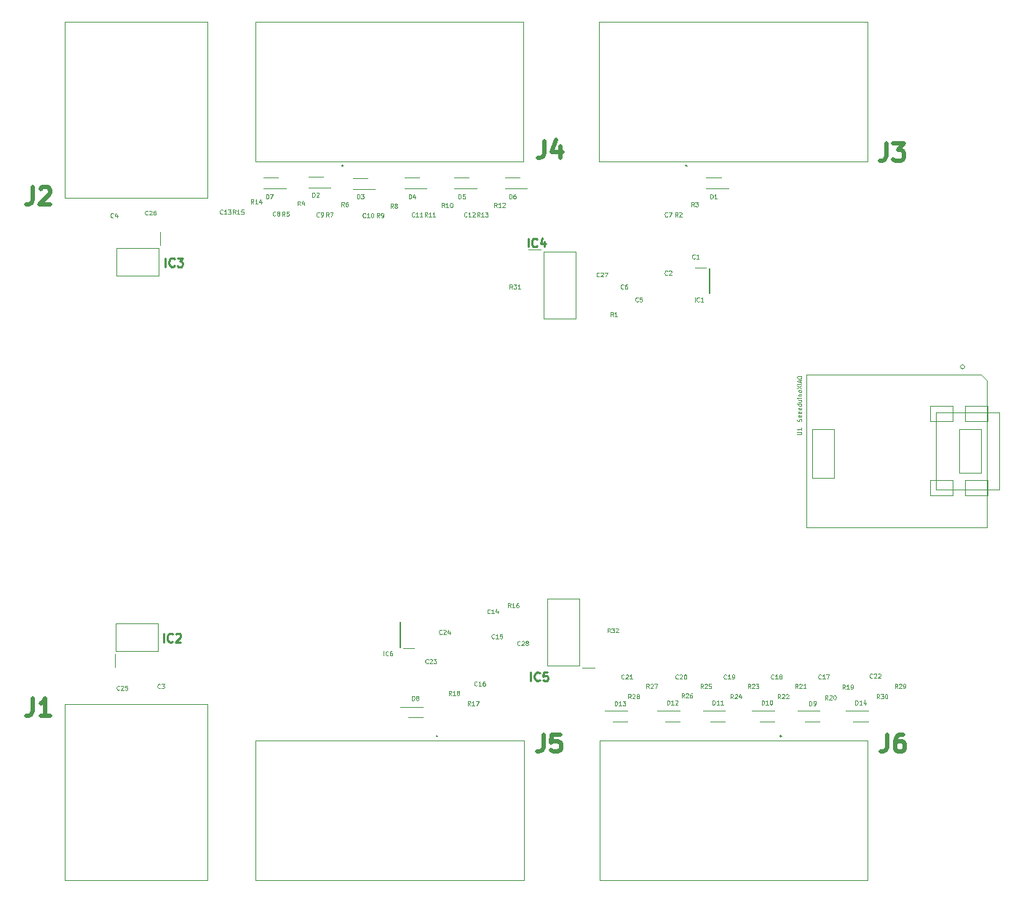
<source format=gbr>
G04 #@! TF.GenerationSoftware,KiCad,Pcbnew,(5.1.10)-1*
G04 #@! TF.CreationDate,2021-08-13T13:47:00+01:00*
G04 #@! TF.ProjectId,DataAqBoardV1.1,44617461-4171-4426-9f61-726456312e31,rev?*
G04 #@! TF.SameCoordinates,Original*
G04 #@! TF.FileFunction,Legend,Top*
G04 #@! TF.FilePolarity,Positive*
%FSLAX46Y46*%
G04 Gerber Fmt 4.6, Leading zero omitted, Abs format (unit mm)*
G04 Created by KiCad (PCBNEW (5.1.10)-1) date 2021-08-13 13:47:00*
%MOMM*%
%LPD*%
G01*
G04 APERTURE LIST*
%ADD10C,0.100000*%
%ADD11C,0.250000*%
%ADD12C,0.500000*%
G04 APERTURE END LIST*
D10*
G04 #@! TO.C,IC1*
X167625000Y-78740000D02*
X167775000Y-78740000D01*
X167775000Y-78740000D02*
X167775000Y-81660000D01*
X167775000Y-81660000D02*
X167625000Y-81660000D01*
X167625000Y-81660000D02*
X167625000Y-78740000D01*
X166025000Y-78665000D02*
X167275000Y-78665000D01*
G04 #@! TO.C,IC2*
X98650000Y-123300000D02*
X98650000Y-120100000D01*
X98650000Y-120100000D02*
X103550000Y-120100000D01*
X103550000Y-120100000D02*
X103550000Y-123300000D01*
X103550000Y-123300000D02*
X98650000Y-123300000D01*
X98520000Y-125175000D02*
X98520000Y-123650000D01*
G04 #@! TO.C,IC3*
X103780000Y-74525000D02*
X103780000Y-76050000D01*
X98750000Y-76400000D02*
X103650000Y-76400000D01*
X98750000Y-79600000D02*
X98750000Y-76400000D01*
X103650000Y-79600000D02*
X98750000Y-79600000D01*
X103650000Y-76400000D02*
X103650000Y-79600000D01*
G04 #@! TO.C,IC4*
X146625000Y-76550000D02*
X148100000Y-76550000D01*
X148450000Y-84600000D02*
X148450000Y-76800000D01*
X152150000Y-84600000D02*
X148450000Y-84600000D01*
X152150000Y-76800000D02*
X152150000Y-84600000D01*
X148450000Y-76800000D02*
X152150000Y-76800000D01*
G04 #@! TO.C,IC5*
X152550000Y-125000000D02*
X148850000Y-125000000D01*
X148850000Y-125000000D02*
X148850000Y-117200000D01*
X148850000Y-117200000D02*
X152550000Y-117200000D01*
X152550000Y-117200000D02*
X152550000Y-125000000D01*
X154375000Y-125250000D02*
X152900000Y-125250000D01*
G04 #@! TO.C,J1*
X92750000Y-149950000D02*
X92750000Y-129450000D01*
X109350000Y-149950000D02*
X92750000Y-149950000D01*
X109350000Y-129450000D02*
X109350000Y-149950000D01*
X92750000Y-129450000D02*
X109350000Y-129450000D01*
G04 #@! TO.C,J2*
X109350000Y-70550000D02*
X92750000Y-70550000D01*
X92750000Y-70550000D02*
X92750000Y-50050000D01*
X92750000Y-50050000D02*
X109350000Y-50050000D01*
X109350000Y-50050000D02*
X109350000Y-70550000D01*
G04 #@! TO.C,J3*
X186080000Y-66300000D02*
X154880000Y-66300000D01*
X154880000Y-66300000D02*
X154880000Y-50060000D01*
X154880000Y-50060000D02*
X186080000Y-50060000D01*
X186080000Y-50060000D02*
X186080000Y-66300000D01*
X165100000Y-66800000D02*
X165100000Y-66800000D01*
X164900000Y-66800000D02*
X164900000Y-66800000D01*
X164900000Y-66800000D02*
G75*
G02*
X165100000Y-66800000I100000J0D01*
G01*
X165100000Y-66800000D02*
G75*
G02*
X164900000Y-66800000I-100000J0D01*
G01*
G04 #@! TO.C,J4*
X124900000Y-66800000D02*
X124900000Y-66800000D01*
X125100000Y-66800000D02*
X125100000Y-66800000D01*
X146080000Y-50060000D02*
X146080000Y-66300000D01*
X114880000Y-50060000D02*
X146080000Y-50060000D01*
X114880000Y-66300000D02*
X114880000Y-50060000D01*
X146080000Y-66300000D02*
X114880000Y-66300000D01*
X125100000Y-66800000D02*
G75*
G02*
X124900000Y-66800000I-100000J0D01*
G01*
X124900000Y-66800000D02*
G75*
G02*
X125100000Y-66800000I100000J0D01*
G01*
G04 #@! TO.C,J5*
X114920000Y-133700000D02*
X146120000Y-133700000D01*
X146120000Y-133700000D02*
X146120000Y-149940000D01*
X146120000Y-149940000D02*
X114920000Y-149940000D01*
X114920000Y-149940000D02*
X114920000Y-133700000D01*
X135900000Y-133200000D02*
X135900000Y-133200000D01*
X136100000Y-133200000D02*
X136100000Y-133200000D01*
X136100000Y-133200000D02*
G75*
G02*
X135900000Y-133200000I-100000J0D01*
G01*
X135900000Y-133200000D02*
G75*
G02*
X136100000Y-133200000I100000J0D01*
G01*
G04 #@! TO.C,J6*
X176100000Y-133200000D02*
X176100000Y-133200000D01*
X175900000Y-133200000D02*
X175900000Y-133200000D01*
X154920000Y-149940000D02*
X154920000Y-133700000D01*
X186120000Y-149940000D02*
X154920000Y-149940000D01*
X186120000Y-133700000D02*
X186120000Y-149940000D01*
X154920000Y-133700000D02*
X186120000Y-133700000D01*
X175900000Y-133200000D02*
G75*
G02*
X176100000Y-133200000I100000J0D01*
G01*
X176100000Y-133200000D02*
G75*
G02*
X175900000Y-133200000I-100000J0D01*
G01*
G04 #@! TO.C,U1*
X197415000Y-90211000D02*
G75*
G03*
X197415000Y-90211000I-254000J0D01*
G01*
X194069820Y-95494200D02*
X201423120Y-95494200D01*
X194069820Y-104493420D02*
X194069820Y-95494200D01*
X201423120Y-104493420D02*
X194069820Y-104493420D01*
X201423120Y-95499280D02*
X201423120Y-104493420D01*
X199327620Y-91100000D02*
X179000000Y-91100000D01*
X199998180Y-91770560D02*
X199327620Y-91100000D01*
X199998180Y-108897780D02*
X199998180Y-91770560D01*
X179000000Y-108897780D02*
X199998180Y-108897780D01*
X179000000Y-91100000D02*
X179000000Y-108897780D01*
X197415000Y-103419000D02*
X200082000Y-103419000D01*
X200082000Y-103419000D02*
X200082000Y-105197000D01*
X197415000Y-105197000D02*
X200082000Y-105197000D01*
X197415000Y-103419000D02*
X197415000Y-105197000D01*
X193348460Y-103419000D02*
X196018000Y-103419000D01*
X196018000Y-103419000D02*
X196018000Y-105197000D01*
X193348460Y-105197000D02*
X196018000Y-105197000D01*
X193348460Y-103419000D02*
X193348460Y-105197000D01*
X193348460Y-94783000D02*
X196018000Y-94783000D01*
X196018000Y-94783000D02*
X196018000Y-96561000D01*
X193348460Y-96561000D02*
X196018000Y-96561000D01*
X193348460Y-94783000D02*
X193348460Y-96561000D01*
X197415000Y-94783000D02*
X200082000Y-94783000D01*
X200082000Y-94783000D02*
X200082000Y-96561000D01*
X197415000Y-96561000D02*
X200082000Y-96561000D01*
X197415000Y-94783000D02*
X197415000Y-96561000D01*
X179635000Y-97450000D02*
X182175000Y-97450000D01*
X182175000Y-97450000D02*
X182175000Y-103165000D01*
X179635000Y-103165000D02*
X182175000Y-103165000D01*
X179635000Y-97450000D02*
X179635000Y-103165000D01*
X196780000Y-97450000D02*
X199320000Y-97450000D01*
X199320000Y-97450000D02*
X199320000Y-102530000D01*
X196780000Y-102530000D02*
X199320000Y-102530000D01*
X196780000Y-97450000D02*
X196780000Y-102530000D01*
G04 #@! TO.C,IC6*
X133375000Y-122935000D02*
X132125000Y-122935000D01*
X131775000Y-119940000D02*
X131775000Y-122860000D01*
X131625000Y-119940000D02*
X131775000Y-119940000D01*
X131625000Y-122860000D02*
X131625000Y-119940000D01*
X131775000Y-122860000D02*
X131625000Y-122860000D01*
G04 #@! TO.C,D1*
X169050000Y-68175000D02*
X167350000Y-68175000D01*
X169925000Y-69425000D02*
X167350000Y-69425000D01*
G04 #@! TO.C,D2*
X123625000Y-69325000D02*
X121050000Y-69325000D01*
X122750000Y-68075000D02*
X121050000Y-68075000D01*
G04 #@! TO.C,D3*
X127950000Y-68275000D02*
X126250000Y-68275000D01*
X128825000Y-69525000D02*
X126250000Y-69525000D01*
G04 #@! TO.C,D4*
X134825000Y-69425000D02*
X132250000Y-69425000D01*
X133950000Y-68175000D02*
X132250000Y-68175000D01*
G04 #@! TO.C,D5*
X139750000Y-68175000D02*
X138050000Y-68175000D01*
X140625000Y-69425000D02*
X138050000Y-69425000D01*
G04 #@! TO.C,D6*
X146525000Y-69425000D02*
X143950000Y-69425000D01*
X145650000Y-68175000D02*
X143950000Y-68175000D01*
G04 #@! TO.C,D7*
X117550000Y-68175000D02*
X115850000Y-68175000D01*
X118425000Y-69425000D02*
X115850000Y-69425000D01*
G04 #@! TO.C,D8*
X131775000Y-129775000D02*
X134350000Y-129775000D01*
X132650000Y-131025000D02*
X134350000Y-131025000D01*
G04 #@! TO.C,D9*
X178850000Y-131525000D02*
X180550000Y-131525000D01*
X177975000Y-130275000D02*
X180550000Y-130275000D01*
G04 #@! TO.C,D10*
X172675000Y-130275000D02*
X175250000Y-130275000D01*
X173550000Y-131525000D02*
X175250000Y-131525000D01*
G04 #@! TO.C,D11*
X167850000Y-131525000D02*
X169550000Y-131525000D01*
X166975000Y-130275000D02*
X169550000Y-130275000D01*
G04 #@! TO.C,D12*
X161675000Y-130275000D02*
X164250000Y-130275000D01*
X162550000Y-131525000D02*
X164250000Y-131525000D01*
G04 #@! TO.C,D13*
X156450000Y-131525000D02*
X158150000Y-131525000D01*
X155575000Y-130275000D02*
X158150000Y-130275000D01*
G04 #@! TO.C,D14*
X183575000Y-130275000D02*
X186150000Y-130275000D01*
X184450000Y-131525000D02*
X186150000Y-131525000D01*
G04 #@! TO.C,*
G04 #@! TO.C,C1*
X166016666Y-77578571D02*
X165992857Y-77602380D01*
X165921428Y-77626190D01*
X165873809Y-77626190D01*
X165802380Y-77602380D01*
X165754761Y-77554761D01*
X165730952Y-77507142D01*
X165707142Y-77411904D01*
X165707142Y-77340476D01*
X165730952Y-77245238D01*
X165754761Y-77197619D01*
X165802380Y-77150000D01*
X165873809Y-77126190D01*
X165921428Y-77126190D01*
X165992857Y-77150000D01*
X166016666Y-77173809D01*
X166492857Y-77626190D02*
X166207142Y-77626190D01*
X166350000Y-77626190D02*
X166350000Y-77126190D01*
X166302380Y-77197619D01*
X166254761Y-77245238D01*
X166207142Y-77269047D01*
G04 #@! TO.C,C2*
X162816666Y-79478571D02*
X162792857Y-79502380D01*
X162721428Y-79526190D01*
X162673809Y-79526190D01*
X162602380Y-79502380D01*
X162554761Y-79454761D01*
X162530952Y-79407142D01*
X162507142Y-79311904D01*
X162507142Y-79240476D01*
X162530952Y-79145238D01*
X162554761Y-79097619D01*
X162602380Y-79050000D01*
X162673809Y-79026190D01*
X162721428Y-79026190D01*
X162792857Y-79050000D01*
X162816666Y-79073809D01*
X163007142Y-79073809D02*
X163030952Y-79050000D01*
X163078571Y-79026190D01*
X163197619Y-79026190D01*
X163245238Y-79050000D01*
X163269047Y-79073809D01*
X163292857Y-79121428D01*
X163292857Y-79169047D01*
X163269047Y-79240476D01*
X162983333Y-79526190D01*
X163292857Y-79526190D01*
G04 #@! TO.C,C3*
X103816666Y-127578571D02*
X103792857Y-127602380D01*
X103721428Y-127626190D01*
X103673809Y-127626190D01*
X103602380Y-127602380D01*
X103554761Y-127554761D01*
X103530952Y-127507142D01*
X103507142Y-127411904D01*
X103507142Y-127340476D01*
X103530952Y-127245238D01*
X103554761Y-127197619D01*
X103602380Y-127150000D01*
X103673809Y-127126190D01*
X103721428Y-127126190D01*
X103792857Y-127150000D01*
X103816666Y-127173809D01*
X103983333Y-127126190D02*
X104292857Y-127126190D01*
X104126190Y-127316666D01*
X104197619Y-127316666D01*
X104245238Y-127340476D01*
X104269047Y-127364285D01*
X104292857Y-127411904D01*
X104292857Y-127530952D01*
X104269047Y-127578571D01*
X104245238Y-127602380D01*
X104197619Y-127626190D01*
X104054761Y-127626190D01*
X104007142Y-127602380D01*
X103983333Y-127578571D01*
G04 #@! TO.C,C4*
X98366666Y-72778571D02*
X98342857Y-72802380D01*
X98271428Y-72826190D01*
X98223809Y-72826190D01*
X98152380Y-72802380D01*
X98104761Y-72754761D01*
X98080952Y-72707142D01*
X98057142Y-72611904D01*
X98057142Y-72540476D01*
X98080952Y-72445238D01*
X98104761Y-72397619D01*
X98152380Y-72350000D01*
X98223809Y-72326190D01*
X98271428Y-72326190D01*
X98342857Y-72350000D01*
X98366666Y-72373809D01*
X98795238Y-72492857D02*
X98795238Y-72826190D01*
X98676190Y-72302380D02*
X98557142Y-72659523D01*
X98866666Y-72659523D01*
G04 #@! TO.C,C5*
X159416666Y-82578571D02*
X159392857Y-82602380D01*
X159321428Y-82626190D01*
X159273809Y-82626190D01*
X159202380Y-82602380D01*
X159154761Y-82554761D01*
X159130952Y-82507142D01*
X159107142Y-82411904D01*
X159107142Y-82340476D01*
X159130952Y-82245238D01*
X159154761Y-82197619D01*
X159202380Y-82150000D01*
X159273809Y-82126190D01*
X159321428Y-82126190D01*
X159392857Y-82150000D01*
X159416666Y-82173809D01*
X159869047Y-82126190D02*
X159630952Y-82126190D01*
X159607142Y-82364285D01*
X159630952Y-82340476D01*
X159678571Y-82316666D01*
X159797619Y-82316666D01*
X159845238Y-82340476D01*
X159869047Y-82364285D01*
X159892857Y-82411904D01*
X159892857Y-82530952D01*
X159869047Y-82578571D01*
X159845238Y-82602380D01*
X159797619Y-82626190D01*
X159678571Y-82626190D01*
X159630952Y-82602380D01*
X159607142Y-82578571D01*
G04 #@! TO.C,C6*
X157716666Y-81078571D02*
X157692857Y-81102380D01*
X157621428Y-81126190D01*
X157573809Y-81126190D01*
X157502380Y-81102380D01*
X157454761Y-81054761D01*
X157430952Y-81007142D01*
X157407142Y-80911904D01*
X157407142Y-80840476D01*
X157430952Y-80745238D01*
X157454761Y-80697619D01*
X157502380Y-80650000D01*
X157573809Y-80626190D01*
X157621428Y-80626190D01*
X157692857Y-80650000D01*
X157716666Y-80673809D01*
X158145238Y-80626190D02*
X158050000Y-80626190D01*
X158002380Y-80650000D01*
X157978571Y-80673809D01*
X157930952Y-80745238D01*
X157907142Y-80840476D01*
X157907142Y-81030952D01*
X157930952Y-81078571D01*
X157954761Y-81102380D01*
X158002380Y-81126190D01*
X158097619Y-81126190D01*
X158145238Y-81102380D01*
X158169047Y-81078571D01*
X158192857Y-81030952D01*
X158192857Y-80911904D01*
X158169047Y-80864285D01*
X158145238Y-80840476D01*
X158097619Y-80816666D01*
X158002380Y-80816666D01*
X157954761Y-80840476D01*
X157930952Y-80864285D01*
X157907142Y-80911904D01*
G04 #@! TO.C,C7*
X162816666Y-72678571D02*
X162792857Y-72702380D01*
X162721428Y-72726190D01*
X162673809Y-72726190D01*
X162602380Y-72702380D01*
X162554761Y-72654761D01*
X162530952Y-72607142D01*
X162507142Y-72511904D01*
X162507142Y-72440476D01*
X162530952Y-72345238D01*
X162554761Y-72297619D01*
X162602380Y-72250000D01*
X162673809Y-72226190D01*
X162721428Y-72226190D01*
X162792857Y-72250000D01*
X162816666Y-72273809D01*
X162983333Y-72226190D02*
X163316666Y-72226190D01*
X163102380Y-72726190D01*
G04 #@! TO.C,C8*
X117216666Y-72578571D02*
X117192857Y-72602380D01*
X117121428Y-72626190D01*
X117073809Y-72626190D01*
X117002380Y-72602380D01*
X116954761Y-72554761D01*
X116930952Y-72507142D01*
X116907142Y-72411904D01*
X116907142Y-72340476D01*
X116930952Y-72245238D01*
X116954761Y-72197619D01*
X117002380Y-72150000D01*
X117073809Y-72126190D01*
X117121428Y-72126190D01*
X117192857Y-72150000D01*
X117216666Y-72173809D01*
X117502380Y-72340476D02*
X117454761Y-72316666D01*
X117430952Y-72292857D01*
X117407142Y-72245238D01*
X117407142Y-72221428D01*
X117430952Y-72173809D01*
X117454761Y-72150000D01*
X117502380Y-72126190D01*
X117597619Y-72126190D01*
X117645238Y-72150000D01*
X117669047Y-72173809D01*
X117692857Y-72221428D01*
X117692857Y-72245238D01*
X117669047Y-72292857D01*
X117645238Y-72316666D01*
X117597619Y-72340476D01*
X117502380Y-72340476D01*
X117454761Y-72364285D01*
X117430952Y-72388095D01*
X117407142Y-72435714D01*
X117407142Y-72530952D01*
X117430952Y-72578571D01*
X117454761Y-72602380D01*
X117502380Y-72626190D01*
X117597619Y-72626190D01*
X117645238Y-72602380D01*
X117669047Y-72578571D01*
X117692857Y-72530952D01*
X117692857Y-72435714D01*
X117669047Y-72388095D01*
X117645238Y-72364285D01*
X117597619Y-72340476D01*
G04 #@! TO.C,C9*
X122316666Y-72678571D02*
X122292857Y-72702380D01*
X122221428Y-72726190D01*
X122173809Y-72726190D01*
X122102380Y-72702380D01*
X122054761Y-72654761D01*
X122030952Y-72607142D01*
X122007142Y-72511904D01*
X122007142Y-72440476D01*
X122030952Y-72345238D01*
X122054761Y-72297619D01*
X122102380Y-72250000D01*
X122173809Y-72226190D01*
X122221428Y-72226190D01*
X122292857Y-72250000D01*
X122316666Y-72273809D01*
X122554761Y-72726190D02*
X122650000Y-72726190D01*
X122697619Y-72702380D01*
X122721428Y-72678571D01*
X122769047Y-72607142D01*
X122792857Y-72511904D01*
X122792857Y-72321428D01*
X122769047Y-72273809D01*
X122745238Y-72250000D01*
X122697619Y-72226190D01*
X122602380Y-72226190D01*
X122554761Y-72250000D01*
X122530952Y-72273809D01*
X122507142Y-72321428D01*
X122507142Y-72440476D01*
X122530952Y-72488095D01*
X122554761Y-72511904D01*
X122602380Y-72535714D01*
X122697619Y-72535714D01*
X122745238Y-72511904D01*
X122769047Y-72488095D01*
X122792857Y-72440476D01*
G04 #@! TO.C,C10*
X127678571Y-72778571D02*
X127654761Y-72802380D01*
X127583333Y-72826190D01*
X127535714Y-72826190D01*
X127464285Y-72802380D01*
X127416666Y-72754761D01*
X127392857Y-72707142D01*
X127369047Y-72611904D01*
X127369047Y-72540476D01*
X127392857Y-72445238D01*
X127416666Y-72397619D01*
X127464285Y-72350000D01*
X127535714Y-72326190D01*
X127583333Y-72326190D01*
X127654761Y-72350000D01*
X127678571Y-72373809D01*
X128154761Y-72826190D02*
X127869047Y-72826190D01*
X128011904Y-72826190D02*
X128011904Y-72326190D01*
X127964285Y-72397619D01*
X127916666Y-72445238D01*
X127869047Y-72469047D01*
X128464285Y-72326190D02*
X128511904Y-72326190D01*
X128559523Y-72350000D01*
X128583333Y-72373809D01*
X128607142Y-72421428D01*
X128630952Y-72516666D01*
X128630952Y-72635714D01*
X128607142Y-72730952D01*
X128583333Y-72778571D01*
X128559523Y-72802380D01*
X128511904Y-72826190D01*
X128464285Y-72826190D01*
X128416666Y-72802380D01*
X128392857Y-72778571D01*
X128369047Y-72730952D01*
X128345238Y-72635714D01*
X128345238Y-72516666D01*
X128369047Y-72421428D01*
X128392857Y-72373809D01*
X128416666Y-72350000D01*
X128464285Y-72326190D01*
G04 #@! TO.C,C11*
X133378571Y-72678571D02*
X133354761Y-72702380D01*
X133283333Y-72726190D01*
X133235714Y-72726190D01*
X133164285Y-72702380D01*
X133116666Y-72654761D01*
X133092857Y-72607142D01*
X133069047Y-72511904D01*
X133069047Y-72440476D01*
X133092857Y-72345238D01*
X133116666Y-72297619D01*
X133164285Y-72250000D01*
X133235714Y-72226190D01*
X133283333Y-72226190D01*
X133354761Y-72250000D01*
X133378571Y-72273809D01*
X133854761Y-72726190D02*
X133569047Y-72726190D01*
X133711904Y-72726190D02*
X133711904Y-72226190D01*
X133664285Y-72297619D01*
X133616666Y-72345238D01*
X133569047Y-72369047D01*
X134330952Y-72726190D02*
X134045238Y-72726190D01*
X134188095Y-72726190D02*
X134188095Y-72226190D01*
X134140476Y-72297619D01*
X134092857Y-72345238D01*
X134045238Y-72369047D01*
G04 #@! TO.C,C12*
X139478571Y-72678571D02*
X139454761Y-72702380D01*
X139383333Y-72726190D01*
X139335714Y-72726190D01*
X139264285Y-72702380D01*
X139216666Y-72654761D01*
X139192857Y-72607142D01*
X139169047Y-72511904D01*
X139169047Y-72440476D01*
X139192857Y-72345238D01*
X139216666Y-72297619D01*
X139264285Y-72250000D01*
X139335714Y-72226190D01*
X139383333Y-72226190D01*
X139454761Y-72250000D01*
X139478571Y-72273809D01*
X139954761Y-72726190D02*
X139669047Y-72726190D01*
X139811904Y-72726190D02*
X139811904Y-72226190D01*
X139764285Y-72297619D01*
X139716666Y-72345238D01*
X139669047Y-72369047D01*
X140145238Y-72273809D02*
X140169047Y-72250000D01*
X140216666Y-72226190D01*
X140335714Y-72226190D01*
X140383333Y-72250000D01*
X140407142Y-72273809D01*
X140430952Y-72321428D01*
X140430952Y-72369047D01*
X140407142Y-72440476D01*
X140121428Y-72726190D01*
X140430952Y-72726190D01*
G04 #@! TO.C,C13*
X111078571Y-72378571D02*
X111054761Y-72402380D01*
X110983333Y-72426190D01*
X110935714Y-72426190D01*
X110864285Y-72402380D01*
X110816666Y-72354761D01*
X110792857Y-72307142D01*
X110769047Y-72211904D01*
X110769047Y-72140476D01*
X110792857Y-72045238D01*
X110816666Y-71997619D01*
X110864285Y-71950000D01*
X110935714Y-71926190D01*
X110983333Y-71926190D01*
X111054761Y-71950000D01*
X111078571Y-71973809D01*
X111554761Y-72426190D02*
X111269047Y-72426190D01*
X111411904Y-72426190D02*
X111411904Y-71926190D01*
X111364285Y-71997619D01*
X111316666Y-72045238D01*
X111269047Y-72069047D01*
X111721428Y-71926190D02*
X112030952Y-71926190D01*
X111864285Y-72116666D01*
X111935714Y-72116666D01*
X111983333Y-72140476D01*
X112007142Y-72164285D01*
X112030952Y-72211904D01*
X112030952Y-72330952D01*
X112007142Y-72378571D01*
X111983333Y-72402380D01*
X111935714Y-72426190D01*
X111792857Y-72426190D01*
X111745238Y-72402380D01*
X111721428Y-72378571D01*
G04 #@! TO.C,C14*
X142178571Y-118878571D02*
X142154761Y-118902380D01*
X142083333Y-118926190D01*
X142035714Y-118926190D01*
X141964285Y-118902380D01*
X141916666Y-118854761D01*
X141892857Y-118807142D01*
X141869047Y-118711904D01*
X141869047Y-118640476D01*
X141892857Y-118545238D01*
X141916666Y-118497619D01*
X141964285Y-118450000D01*
X142035714Y-118426190D01*
X142083333Y-118426190D01*
X142154761Y-118450000D01*
X142178571Y-118473809D01*
X142654761Y-118926190D02*
X142369047Y-118926190D01*
X142511904Y-118926190D02*
X142511904Y-118426190D01*
X142464285Y-118497619D01*
X142416666Y-118545238D01*
X142369047Y-118569047D01*
X143083333Y-118592857D02*
X143083333Y-118926190D01*
X142964285Y-118402380D02*
X142845238Y-118759523D01*
X143154761Y-118759523D01*
G04 #@! TO.C,C15*
X142678571Y-121778571D02*
X142654761Y-121802380D01*
X142583333Y-121826190D01*
X142535714Y-121826190D01*
X142464285Y-121802380D01*
X142416666Y-121754761D01*
X142392857Y-121707142D01*
X142369047Y-121611904D01*
X142369047Y-121540476D01*
X142392857Y-121445238D01*
X142416666Y-121397619D01*
X142464285Y-121350000D01*
X142535714Y-121326190D01*
X142583333Y-121326190D01*
X142654761Y-121350000D01*
X142678571Y-121373809D01*
X143154761Y-121826190D02*
X142869047Y-121826190D01*
X143011904Y-121826190D02*
X143011904Y-121326190D01*
X142964285Y-121397619D01*
X142916666Y-121445238D01*
X142869047Y-121469047D01*
X143607142Y-121326190D02*
X143369047Y-121326190D01*
X143345238Y-121564285D01*
X143369047Y-121540476D01*
X143416666Y-121516666D01*
X143535714Y-121516666D01*
X143583333Y-121540476D01*
X143607142Y-121564285D01*
X143630952Y-121611904D01*
X143630952Y-121730952D01*
X143607142Y-121778571D01*
X143583333Y-121802380D01*
X143535714Y-121826190D01*
X143416666Y-121826190D01*
X143369047Y-121802380D01*
X143345238Y-121778571D01*
G04 #@! TO.C,C16*
X140678571Y-127278571D02*
X140654761Y-127302380D01*
X140583333Y-127326190D01*
X140535714Y-127326190D01*
X140464285Y-127302380D01*
X140416666Y-127254761D01*
X140392857Y-127207142D01*
X140369047Y-127111904D01*
X140369047Y-127040476D01*
X140392857Y-126945238D01*
X140416666Y-126897619D01*
X140464285Y-126850000D01*
X140535714Y-126826190D01*
X140583333Y-126826190D01*
X140654761Y-126850000D01*
X140678571Y-126873809D01*
X141154761Y-127326190D02*
X140869047Y-127326190D01*
X141011904Y-127326190D02*
X141011904Y-126826190D01*
X140964285Y-126897619D01*
X140916666Y-126945238D01*
X140869047Y-126969047D01*
X141583333Y-126826190D02*
X141488095Y-126826190D01*
X141440476Y-126850000D01*
X141416666Y-126873809D01*
X141369047Y-126945238D01*
X141345238Y-127040476D01*
X141345238Y-127230952D01*
X141369047Y-127278571D01*
X141392857Y-127302380D01*
X141440476Y-127326190D01*
X141535714Y-127326190D01*
X141583333Y-127302380D01*
X141607142Y-127278571D01*
X141630952Y-127230952D01*
X141630952Y-127111904D01*
X141607142Y-127064285D01*
X141583333Y-127040476D01*
X141535714Y-127016666D01*
X141440476Y-127016666D01*
X141392857Y-127040476D01*
X141369047Y-127064285D01*
X141345238Y-127111904D01*
G04 #@! TO.C,C17*
X180678571Y-126478571D02*
X180654761Y-126502380D01*
X180583333Y-126526190D01*
X180535714Y-126526190D01*
X180464285Y-126502380D01*
X180416666Y-126454761D01*
X180392857Y-126407142D01*
X180369047Y-126311904D01*
X180369047Y-126240476D01*
X180392857Y-126145238D01*
X180416666Y-126097619D01*
X180464285Y-126050000D01*
X180535714Y-126026190D01*
X180583333Y-126026190D01*
X180654761Y-126050000D01*
X180678571Y-126073809D01*
X181154761Y-126526190D02*
X180869047Y-126526190D01*
X181011904Y-126526190D02*
X181011904Y-126026190D01*
X180964285Y-126097619D01*
X180916666Y-126145238D01*
X180869047Y-126169047D01*
X181321428Y-126026190D02*
X181654761Y-126026190D01*
X181440476Y-126526190D01*
G04 #@! TO.C,C18*
X175178571Y-126478571D02*
X175154761Y-126502380D01*
X175083333Y-126526190D01*
X175035714Y-126526190D01*
X174964285Y-126502380D01*
X174916666Y-126454761D01*
X174892857Y-126407142D01*
X174869047Y-126311904D01*
X174869047Y-126240476D01*
X174892857Y-126145238D01*
X174916666Y-126097619D01*
X174964285Y-126050000D01*
X175035714Y-126026190D01*
X175083333Y-126026190D01*
X175154761Y-126050000D01*
X175178571Y-126073809D01*
X175654761Y-126526190D02*
X175369047Y-126526190D01*
X175511904Y-126526190D02*
X175511904Y-126026190D01*
X175464285Y-126097619D01*
X175416666Y-126145238D01*
X175369047Y-126169047D01*
X175940476Y-126240476D02*
X175892857Y-126216666D01*
X175869047Y-126192857D01*
X175845238Y-126145238D01*
X175845238Y-126121428D01*
X175869047Y-126073809D01*
X175892857Y-126050000D01*
X175940476Y-126026190D01*
X176035714Y-126026190D01*
X176083333Y-126050000D01*
X176107142Y-126073809D01*
X176130952Y-126121428D01*
X176130952Y-126145238D01*
X176107142Y-126192857D01*
X176083333Y-126216666D01*
X176035714Y-126240476D01*
X175940476Y-126240476D01*
X175892857Y-126264285D01*
X175869047Y-126288095D01*
X175845238Y-126335714D01*
X175845238Y-126430952D01*
X175869047Y-126478571D01*
X175892857Y-126502380D01*
X175940476Y-126526190D01*
X176035714Y-126526190D01*
X176083333Y-126502380D01*
X176107142Y-126478571D01*
X176130952Y-126430952D01*
X176130952Y-126335714D01*
X176107142Y-126288095D01*
X176083333Y-126264285D01*
X176035714Y-126240476D01*
G04 #@! TO.C,C19*
X169678571Y-126478571D02*
X169654761Y-126502380D01*
X169583333Y-126526190D01*
X169535714Y-126526190D01*
X169464285Y-126502380D01*
X169416666Y-126454761D01*
X169392857Y-126407142D01*
X169369047Y-126311904D01*
X169369047Y-126240476D01*
X169392857Y-126145238D01*
X169416666Y-126097619D01*
X169464285Y-126050000D01*
X169535714Y-126026190D01*
X169583333Y-126026190D01*
X169654761Y-126050000D01*
X169678571Y-126073809D01*
X170154761Y-126526190D02*
X169869047Y-126526190D01*
X170011904Y-126526190D02*
X170011904Y-126026190D01*
X169964285Y-126097619D01*
X169916666Y-126145238D01*
X169869047Y-126169047D01*
X170392857Y-126526190D02*
X170488095Y-126526190D01*
X170535714Y-126502380D01*
X170559523Y-126478571D01*
X170607142Y-126407142D01*
X170630952Y-126311904D01*
X170630952Y-126121428D01*
X170607142Y-126073809D01*
X170583333Y-126050000D01*
X170535714Y-126026190D01*
X170440476Y-126026190D01*
X170392857Y-126050000D01*
X170369047Y-126073809D01*
X170345238Y-126121428D01*
X170345238Y-126240476D01*
X170369047Y-126288095D01*
X170392857Y-126311904D01*
X170440476Y-126335714D01*
X170535714Y-126335714D01*
X170583333Y-126311904D01*
X170607142Y-126288095D01*
X170630952Y-126240476D01*
G04 #@! TO.C,C20*
X164078571Y-126478571D02*
X164054761Y-126502380D01*
X163983333Y-126526190D01*
X163935714Y-126526190D01*
X163864285Y-126502380D01*
X163816666Y-126454761D01*
X163792857Y-126407142D01*
X163769047Y-126311904D01*
X163769047Y-126240476D01*
X163792857Y-126145238D01*
X163816666Y-126097619D01*
X163864285Y-126050000D01*
X163935714Y-126026190D01*
X163983333Y-126026190D01*
X164054761Y-126050000D01*
X164078571Y-126073809D01*
X164269047Y-126073809D02*
X164292857Y-126050000D01*
X164340476Y-126026190D01*
X164459523Y-126026190D01*
X164507142Y-126050000D01*
X164530952Y-126073809D01*
X164554761Y-126121428D01*
X164554761Y-126169047D01*
X164530952Y-126240476D01*
X164245238Y-126526190D01*
X164554761Y-126526190D01*
X164864285Y-126026190D02*
X164911904Y-126026190D01*
X164959523Y-126050000D01*
X164983333Y-126073809D01*
X165007142Y-126121428D01*
X165030952Y-126216666D01*
X165030952Y-126335714D01*
X165007142Y-126430952D01*
X164983333Y-126478571D01*
X164959523Y-126502380D01*
X164911904Y-126526190D01*
X164864285Y-126526190D01*
X164816666Y-126502380D01*
X164792857Y-126478571D01*
X164769047Y-126430952D01*
X164745238Y-126335714D01*
X164745238Y-126216666D01*
X164769047Y-126121428D01*
X164792857Y-126073809D01*
X164816666Y-126050000D01*
X164864285Y-126026190D01*
G04 #@! TO.C,C21*
X157778571Y-126478571D02*
X157754761Y-126502380D01*
X157683333Y-126526190D01*
X157635714Y-126526190D01*
X157564285Y-126502380D01*
X157516666Y-126454761D01*
X157492857Y-126407142D01*
X157469047Y-126311904D01*
X157469047Y-126240476D01*
X157492857Y-126145238D01*
X157516666Y-126097619D01*
X157564285Y-126050000D01*
X157635714Y-126026190D01*
X157683333Y-126026190D01*
X157754761Y-126050000D01*
X157778571Y-126073809D01*
X157969047Y-126073809D02*
X157992857Y-126050000D01*
X158040476Y-126026190D01*
X158159523Y-126026190D01*
X158207142Y-126050000D01*
X158230952Y-126073809D01*
X158254761Y-126121428D01*
X158254761Y-126169047D01*
X158230952Y-126240476D01*
X157945238Y-126526190D01*
X158254761Y-126526190D01*
X158730952Y-126526190D02*
X158445238Y-126526190D01*
X158588095Y-126526190D02*
X158588095Y-126026190D01*
X158540476Y-126097619D01*
X158492857Y-126145238D01*
X158445238Y-126169047D01*
G04 #@! TO.C,C22*
X186678571Y-126378571D02*
X186654761Y-126402380D01*
X186583333Y-126426190D01*
X186535714Y-126426190D01*
X186464285Y-126402380D01*
X186416666Y-126354761D01*
X186392857Y-126307142D01*
X186369047Y-126211904D01*
X186369047Y-126140476D01*
X186392857Y-126045238D01*
X186416666Y-125997619D01*
X186464285Y-125950000D01*
X186535714Y-125926190D01*
X186583333Y-125926190D01*
X186654761Y-125950000D01*
X186678571Y-125973809D01*
X186869047Y-125973809D02*
X186892857Y-125950000D01*
X186940476Y-125926190D01*
X187059523Y-125926190D01*
X187107142Y-125950000D01*
X187130952Y-125973809D01*
X187154761Y-126021428D01*
X187154761Y-126069047D01*
X187130952Y-126140476D01*
X186845238Y-126426190D01*
X187154761Y-126426190D01*
X187345238Y-125973809D02*
X187369047Y-125950000D01*
X187416666Y-125926190D01*
X187535714Y-125926190D01*
X187583333Y-125950000D01*
X187607142Y-125973809D01*
X187630952Y-126021428D01*
X187630952Y-126069047D01*
X187607142Y-126140476D01*
X187321428Y-126426190D01*
X187630952Y-126426190D01*
G04 #@! TO.C,IC1*
X166011904Y-82626190D02*
X166011904Y-82126190D01*
X166535714Y-82578571D02*
X166511904Y-82602380D01*
X166440476Y-82626190D01*
X166392857Y-82626190D01*
X166321428Y-82602380D01*
X166273809Y-82554761D01*
X166250000Y-82507142D01*
X166226190Y-82411904D01*
X166226190Y-82340476D01*
X166250000Y-82245238D01*
X166273809Y-82197619D01*
X166321428Y-82150000D01*
X166392857Y-82126190D01*
X166440476Y-82126190D01*
X166511904Y-82150000D01*
X166535714Y-82173809D01*
X167011904Y-82626190D02*
X166726190Y-82626190D01*
X166869047Y-82626190D02*
X166869047Y-82126190D01*
X166821428Y-82197619D01*
X166773809Y-82245238D01*
X166726190Y-82269047D01*
G04 #@! TO.C,IC2*
D11*
X104223809Y-122252380D02*
X104223809Y-121252380D01*
X105271428Y-122157142D02*
X105223809Y-122204761D01*
X105080952Y-122252380D01*
X104985714Y-122252380D01*
X104842857Y-122204761D01*
X104747619Y-122109523D01*
X104700000Y-122014285D01*
X104652380Y-121823809D01*
X104652380Y-121680952D01*
X104700000Y-121490476D01*
X104747619Y-121395238D01*
X104842857Y-121300000D01*
X104985714Y-121252380D01*
X105080952Y-121252380D01*
X105223809Y-121300000D01*
X105271428Y-121347619D01*
X105652380Y-121347619D02*
X105700000Y-121300000D01*
X105795238Y-121252380D01*
X106033333Y-121252380D01*
X106128571Y-121300000D01*
X106176190Y-121347619D01*
X106223809Y-121442857D01*
X106223809Y-121538095D01*
X106176190Y-121680952D01*
X105604761Y-122252380D01*
X106223809Y-122252380D01*
G04 #@! TO.C,IC3*
X104423809Y-78552380D02*
X104423809Y-77552380D01*
X105471428Y-78457142D02*
X105423809Y-78504761D01*
X105280952Y-78552380D01*
X105185714Y-78552380D01*
X105042857Y-78504761D01*
X104947619Y-78409523D01*
X104900000Y-78314285D01*
X104852380Y-78123809D01*
X104852380Y-77980952D01*
X104900000Y-77790476D01*
X104947619Y-77695238D01*
X105042857Y-77600000D01*
X105185714Y-77552380D01*
X105280952Y-77552380D01*
X105423809Y-77600000D01*
X105471428Y-77647619D01*
X105804761Y-77552380D02*
X106423809Y-77552380D01*
X106090476Y-77933333D01*
X106233333Y-77933333D01*
X106328571Y-77980952D01*
X106376190Y-78028571D01*
X106423809Y-78123809D01*
X106423809Y-78361904D01*
X106376190Y-78457142D01*
X106328571Y-78504761D01*
X106233333Y-78552380D01*
X105947619Y-78552380D01*
X105852380Y-78504761D01*
X105804761Y-78457142D01*
G04 #@! TO.C,IC4*
X146623809Y-76252380D02*
X146623809Y-75252380D01*
X147671428Y-76157142D02*
X147623809Y-76204761D01*
X147480952Y-76252380D01*
X147385714Y-76252380D01*
X147242857Y-76204761D01*
X147147619Y-76109523D01*
X147100000Y-76014285D01*
X147052380Y-75823809D01*
X147052380Y-75680952D01*
X147100000Y-75490476D01*
X147147619Y-75395238D01*
X147242857Y-75300000D01*
X147385714Y-75252380D01*
X147480952Y-75252380D01*
X147623809Y-75300000D01*
X147671428Y-75347619D01*
X148528571Y-75585714D02*
X148528571Y-76252380D01*
X148290476Y-75204761D02*
X148052380Y-75919047D01*
X148671428Y-75919047D01*
G04 #@! TO.C,IC5*
X146923809Y-126752380D02*
X146923809Y-125752380D01*
X147971428Y-126657142D02*
X147923809Y-126704761D01*
X147780952Y-126752380D01*
X147685714Y-126752380D01*
X147542857Y-126704761D01*
X147447619Y-126609523D01*
X147400000Y-126514285D01*
X147352380Y-126323809D01*
X147352380Y-126180952D01*
X147400000Y-125990476D01*
X147447619Y-125895238D01*
X147542857Y-125800000D01*
X147685714Y-125752380D01*
X147780952Y-125752380D01*
X147923809Y-125800000D01*
X147971428Y-125847619D01*
X148876190Y-125752380D02*
X148400000Y-125752380D01*
X148352380Y-126228571D01*
X148400000Y-126180952D01*
X148495238Y-126133333D01*
X148733333Y-126133333D01*
X148828571Y-126180952D01*
X148876190Y-126228571D01*
X148923809Y-126323809D01*
X148923809Y-126561904D01*
X148876190Y-126657142D01*
X148828571Y-126704761D01*
X148733333Y-126752380D01*
X148495238Y-126752380D01*
X148400000Y-126704761D01*
X148352380Y-126657142D01*
G04 #@! TO.C,J1*
D12*
X89033333Y-128804761D02*
X89033333Y-130233333D01*
X88938095Y-130519047D01*
X88747619Y-130709523D01*
X88461904Y-130804761D01*
X88271428Y-130804761D01*
X91033333Y-130804761D02*
X89890476Y-130804761D01*
X90461904Y-130804761D02*
X90461904Y-128804761D01*
X90271428Y-129090476D01*
X90080952Y-129280952D01*
X89890476Y-129376190D01*
G04 #@! TO.C,J2*
X89033333Y-69304761D02*
X89033333Y-70733333D01*
X88938095Y-71019047D01*
X88747619Y-71209523D01*
X88461904Y-71304761D01*
X88271428Y-71304761D01*
X89890476Y-69495238D02*
X89985714Y-69400000D01*
X90176190Y-69304761D01*
X90652380Y-69304761D01*
X90842857Y-69400000D01*
X90938095Y-69495238D01*
X91033333Y-69685714D01*
X91033333Y-69876190D01*
X90938095Y-70161904D01*
X89795238Y-71304761D01*
X91033333Y-71304761D01*
G04 #@! TO.C,J3*
X188333333Y-64204761D02*
X188333333Y-65633333D01*
X188238095Y-65919047D01*
X188047619Y-66109523D01*
X187761904Y-66204761D01*
X187571428Y-66204761D01*
X189095238Y-64204761D02*
X190333333Y-64204761D01*
X189666666Y-64966666D01*
X189952380Y-64966666D01*
X190142857Y-65061904D01*
X190238095Y-65157142D01*
X190333333Y-65347619D01*
X190333333Y-65823809D01*
X190238095Y-66014285D01*
X190142857Y-66109523D01*
X189952380Y-66204761D01*
X189380952Y-66204761D01*
X189190476Y-66109523D01*
X189095238Y-66014285D01*
G04 #@! TO.C,J4*
X148533333Y-63904761D02*
X148533333Y-65333333D01*
X148438095Y-65619047D01*
X148247619Y-65809523D01*
X147961904Y-65904761D01*
X147771428Y-65904761D01*
X150342857Y-64571428D02*
X150342857Y-65904761D01*
X149866666Y-63809523D02*
X149390476Y-65238095D01*
X150628571Y-65238095D01*
G04 #@! TO.C,J5*
X148433333Y-133004761D02*
X148433333Y-134433333D01*
X148338095Y-134719047D01*
X148147619Y-134909523D01*
X147861904Y-135004761D01*
X147671428Y-135004761D01*
X150338095Y-133004761D02*
X149385714Y-133004761D01*
X149290476Y-133957142D01*
X149385714Y-133861904D01*
X149576190Y-133766666D01*
X150052380Y-133766666D01*
X150242857Y-133861904D01*
X150338095Y-133957142D01*
X150433333Y-134147619D01*
X150433333Y-134623809D01*
X150338095Y-134814285D01*
X150242857Y-134909523D01*
X150052380Y-135004761D01*
X149576190Y-135004761D01*
X149385714Y-134909523D01*
X149290476Y-134814285D01*
G04 #@! TO.C,J6*
X188433333Y-133004761D02*
X188433333Y-134433333D01*
X188338095Y-134719047D01*
X188147619Y-134909523D01*
X187861904Y-135004761D01*
X187671428Y-135004761D01*
X190242857Y-133004761D02*
X189861904Y-133004761D01*
X189671428Y-133100000D01*
X189576190Y-133195238D01*
X189385714Y-133480952D01*
X189290476Y-133861904D01*
X189290476Y-134623809D01*
X189385714Y-134814285D01*
X189480952Y-134909523D01*
X189671428Y-135004761D01*
X190052380Y-135004761D01*
X190242857Y-134909523D01*
X190338095Y-134814285D01*
X190433333Y-134623809D01*
X190433333Y-134147619D01*
X190338095Y-133957142D01*
X190242857Y-133861904D01*
X190052380Y-133766666D01*
X189671428Y-133766666D01*
X189480952Y-133861904D01*
X189385714Y-133957142D01*
X189290476Y-134147619D01*
G04 #@! TO.C,R1*
D10*
X156516666Y-84326190D02*
X156350000Y-84088095D01*
X156230952Y-84326190D02*
X156230952Y-83826190D01*
X156421428Y-83826190D01*
X156469047Y-83850000D01*
X156492857Y-83873809D01*
X156516666Y-83921428D01*
X156516666Y-83992857D01*
X156492857Y-84040476D01*
X156469047Y-84064285D01*
X156421428Y-84088095D01*
X156230952Y-84088095D01*
X156992857Y-84326190D02*
X156707142Y-84326190D01*
X156850000Y-84326190D02*
X156850000Y-83826190D01*
X156802380Y-83897619D01*
X156754761Y-83945238D01*
X156707142Y-83969047D01*
G04 #@! TO.C,R2*
X164016666Y-72726190D02*
X163850000Y-72488095D01*
X163730952Y-72726190D02*
X163730952Y-72226190D01*
X163921428Y-72226190D01*
X163969047Y-72250000D01*
X163992857Y-72273809D01*
X164016666Y-72321428D01*
X164016666Y-72392857D01*
X163992857Y-72440476D01*
X163969047Y-72464285D01*
X163921428Y-72488095D01*
X163730952Y-72488095D01*
X164207142Y-72273809D02*
X164230952Y-72250000D01*
X164278571Y-72226190D01*
X164397619Y-72226190D01*
X164445238Y-72250000D01*
X164469047Y-72273809D01*
X164492857Y-72321428D01*
X164492857Y-72369047D01*
X164469047Y-72440476D01*
X164183333Y-72726190D01*
X164492857Y-72726190D01*
G04 #@! TO.C,R3*
X165916666Y-71526190D02*
X165750000Y-71288095D01*
X165630952Y-71526190D02*
X165630952Y-71026190D01*
X165821428Y-71026190D01*
X165869047Y-71050000D01*
X165892857Y-71073809D01*
X165916666Y-71121428D01*
X165916666Y-71192857D01*
X165892857Y-71240476D01*
X165869047Y-71264285D01*
X165821428Y-71288095D01*
X165630952Y-71288095D01*
X166083333Y-71026190D02*
X166392857Y-71026190D01*
X166226190Y-71216666D01*
X166297619Y-71216666D01*
X166345238Y-71240476D01*
X166369047Y-71264285D01*
X166392857Y-71311904D01*
X166392857Y-71430952D01*
X166369047Y-71478571D01*
X166345238Y-71502380D01*
X166297619Y-71526190D01*
X166154761Y-71526190D01*
X166107142Y-71502380D01*
X166083333Y-71478571D01*
G04 #@! TO.C,R4*
X120116666Y-71426190D02*
X119950000Y-71188095D01*
X119830952Y-71426190D02*
X119830952Y-70926190D01*
X120021428Y-70926190D01*
X120069047Y-70950000D01*
X120092857Y-70973809D01*
X120116666Y-71021428D01*
X120116666Y-71092857D01*
X120092857Y-71140476D01*
X120069047Y-71164285D01*
X120021428Y-71188095D01*
X119830952Y-71188095D01*
X120545238Y-71092857D02*
X120545238Y-71426190D01*
X120426190Y-70902380D02*
X120307142Y-71259523D01*
X120616666Y-71259523D01*
G04 #@! TO.C,R5*
X118316666Y-72626190D02*
X118150000Y-72388095D01*
X118030952Y-72626190D02*
X118030952Y-72126190D01*
X118221428Y-72126190D01*
X118269047Y-72150000D01*
X118292857Y-72173809D01*
X118316666Y-72221428D01*
X118316666Y-72292857D01*
X118292857Y-72340476D01*
X118269047Y-72364285D01*
X118221428Y-72388095D01*
X118030952Y-72388095D01*
X118769047Y-72126190D02*
X118530952Y-72126190D01*
X118507142Y-72364285D01*
X118530952Y-72340476D01*
X118578571Y-72316666D01*
X118697619Y-72316666D01*
X118745238Y-72340476D01*
X118769047Y-72364285D01*
X118792857Y-72411904D01*
X118792857Y-72530952D01*
X118769047Y-72578571D01*
X118745238Y-72602380D01*
X118697619Y-72626190D01*
X118578571Y-72626190D01*
X118530952Y-72602380D01*
X118507142Y-72578571D01*
G04 #@! TO.C,R6*
X125216666Y-71526190D02*
X125050000Y-71288095D01*
X124930952Y-71526190D02*
X124930952Y-71026190D01*
X125121428Y-71026190D01*
X125169047Y-71050000D01*
X125192857Y-71073809D01*
X125216666Y-71121428D01*
X125216666Y-71192857D01*
X125192857Y-71240476D01*
X125169047Y-71264285D01*
X125121428Y-71288095D01*
X124930952Y-71288095D01*
X125645238Y-71026190D02*
X125550000Y-71026190D01*
X125502380Y-71050000D01*
X125478571Y-71073809D01*
X125430952Y-71145238D01*
X125407142Y-71240476D01*
X125407142Y-71430952D01*
X125430952Y-71478571D01*
X125454761Y-71502380D01*
X125502380Y-71526190D01*
X125597619Y-71526190D01*
X125645238Y-71502380D01*
X125669047Y-71478571D01*
X125692857Y-71430952D01*
X125692857Y-71311904D01*
X125669047Y-71264285D01*
X125645238Y-71240476D01*
X125597619Y-71216666D01*
X125502380Y-71216666D01*
X125454761Y-71240476D01*
X125430952Y-71264285D01*
X125407142Y-71311904D01*
G04 #@! TO.C,R7*
X123416666Y-72726190D02*
X123250000Y-72488095D01*
X123130952Y-72726190D02*
X123130952Y-72226190D01*
X123321428Y-72226190D01*
X123369047Y-72250000D01*
X123392857Y-72273809D01*
X123416666Y-72321428D01*
X123416666Y-72392857D01*
X123392857Y-72440476D01*
X123369047Y-72464285D01*
X123321428Y-72488095D01*
X123130952Y-72488095D01*
X123583333Y-72226190D02*
X123916666Y-72226190D01*
X123702380Y-72726190D01*
G04 #@! TO.C,R8*
X130916666Y-71726190D02*
X130750000Y-71488095D01*
X130630952Y-71726190D02*
X130630952Y-71226190D01*
X130821428Y-71226190D01*
X130869047Y-71250000D01*
X130892857Y-71273809D01*
X130916666Y-71321428D01*
X130916666Y-71392857D01*
X130892857Y-71440476D01*
X130869047Y-71464285D01*
X130821428Y-71488095D01*
X130630952Y-71488095D01*
X131202380Y-71440476D02*
X131154761Y-71416666D01*
X131130952Y-71392857D01*
X131107142Y-71345238D01*
X131107142Y-71321428D01*
X131130952Y-71273809D01*
X131154761Y-71250000D01*
X131202380Y-71226190D01*
X131297619Y-71226190D01*
X131345238Y-71250000D01*
X131369047Y-71273809D01*
X131392857Y-71321428D01*
X131392857Y-71345238D01*
X131369047Y-71392857D01*
X131345238Y-71416666D01*
X131297619Y-71440476D01*
X131202380Y-71440476D01*
X131154761Y-71464285D01*
X131130952Y-71488095D01*
X131107142Y-71535714D01*
X131107142Y-71630952D01*
X131130952Y-71678571D01*
X131154761Y-71702380D01*
X131202380Y-71726190D01*
X131297619Y-71726190D01*
X131345238Y-71702380D01*
X131369047Y-71678571D01*
X131392857Y-71630952D01*
X131392857Y-71535714D01*
X131369047Y-71488095D01*
X131345238Y-71464285D01*
X131297619Y-71440476D01*
G04 #@! TO.C,R9*
X129316666Y-72826190D02*
X129150000Y-72588095D01*
X129030952Y-72826190D02*
X129030952Y-72326190D01*
X129221428Y-72326190D01*
X129269047Y-72350000D01*
X129292857Y-72373809D01*
X129316666Y-72421428D01*
X129316666Y-72492857D01*
X129292857Y-72540476D01*
X129269047Y-72564285D01*
X129221428Y-72588095D01*
X129030952Y-72588095D01*
X129554761Y-72826190D02*
X129650000Y-72826190D01*
X129697619Y-72802380D01*
X129721428Y-72778571D01*
X129769047Y-72707142D01*
X129792857Y-72611904D01*
X129792857Y-72421428D01*
X129769047Y-72373809D01*
X129745238Y-72350000D01*
X129697619Y-72326190D01*
X129602380Y-72326190D01*
X129554761Y-72350000D01*
X129530952Y-72373809D01*
X129507142Y-72421428D01*
X129507142Y-72540476D01*
X129530952Y-72588095D01*
X129554761Y-72611904D01*
X129602380Y-72635714D01*
X129697619Y-72635714D01*
X129745238Y-72611904D01*
X129769047Y-72588095D01*
X129792857Y-72540476D01*
G04 #@! TO.C,R10*
X136878571Y-71626190D02*
X136711904Y-71388095D01*
X136592857Y-71626190D02*
X136592857Y-71126190D01*
X136783333Y-71126190D01*
X136830952Y-71150000D01*
X136854761Y-71173809D01*
X136878571Y-71221428D01*
X136878571Y-71292857D01*
X136854761Y-71340476D01*
X136830952Y-71364285D01*
X136783333Y-71388095D01*
X136592857Y-71388095D01*
X137354761Y-71626190D02*
X137069047Y-71626190D01*
X137211904Y-71626190D02*
X137211904Y-71126190D01*
X137164285Y-71197619D01*
X137116666Y-71245238D01*
X137069047Y-71269047D01*
X137664285Y-71126190D02*
X137711904Y-71126190D01*
X137759523Y-71150000D01*
X137783333Y-71173809D01*
X137807142Y-71221428D01*
X137830952Y-71316666D01*
X137830952Y-71435714D01*
X137807142Y-71530952D01*
X137783333Y-71578571D01*
X137759523Y-71602380D01*
X137711904Y-71626190D01*
X137664285Y-71626190D01*
X137616666Y-71602380D01*
X137592857Y-71578571D01*
X137569047Y-71530952D01*
X137545238Y-71435714D01*
X137545238Y-71316666D01*
X137569047Y-71221428D01*
X137592857Y-71173809D01*
X137616666Y-71150000D01*
X137664285Y-71126190D01*
G04 #@! TO.C,R11*
X134878571Y-72726190D02*
X134711904Y-72488095D01*
X134592857Y-72726190D02*
X134592857Y-72226190D01*
X134783333Y-72226190D01*
X134830952Y-72250000D01*
X134854761Y-72273809D01*
X134878571Y-72321428D01*
X134878571Y-72392857D01*
X134854761Y-72440476D01*
X134830952Y-72464285D01*
X134783333Y-72488095D01*
X134592857Y-72488095D01*
X135354761Y-72726190D02*
X135069047Y-72726190D01*
X135211904Y-72726190D02*
X135211904Y-72226190D01*
X135164285Y-72297619D01*
X135116666Y-72345238D01*
X135069047Y-72369047D01*
X135830952Y-72726190D02*
X135545238Y-72726190D01*
X135688095Y-72726190D02*
X135688095Y-72226190D01*
X135640476Y-72297619D01*
X135592857Y-72345238D01*
X135545238Y-72369047D01*
G04 #@! TO.C,R12*
X142978571Y-71626190D02*
X142811904Y-71388095D01*
X142692857Y-71626190D02*
X142692857Y-71126190D01*
X142883333Y-71126190D01*
X142930952Y-71150000D01*
X142954761Y-71173809D01*
X142978571Y-71221428D01*
X142978571Y-71292857D01*
X142954761Y-71340476D01*
X142930952Y-71364285D01*
X142883333Y-71388095D01*
X142692857Y-71388095D01*
X143454761Y-71626190D02*
X143169047Y-71626190D01*
X143311904Y-71626190D02*
X143311904Y-71126190D01*
X143264285Y-71197619D01*
X143216666Y-71245238D01*
X143169047Y-71269047D01*
X143645238Y-71173809D02*
X143669047Y-71150000D01*
X143716666Y-71126190D01*
X143835714Y-71126190D01*
X143883333Y-71150000D01*
X143907142Y-71173809D01*
X143930952Y-71221428D01*
X143930952Y-71269047D01*
X143907142Y-71340476D01*
X143621428Y-71626190D01*
X143930952Y-71626190D01*
G04 #@! TO.C,R13*
X140978571Y-72726190D02*
X140811904Y-72488095D01*
X140692857Y-72726190D02*
X140692857Y-72226190D01*
X140883333Y-72226190D01*
X140930952Y-72250000D01*
X140954761Y-72273809D01*
X140978571Y-72321428D01*
X140978571Y-72392857D01*
X140954761Y-72440476D01*
X140930952Y-72464285D01*
X140883333Y-72488095D01*
X140692857Y-72488095D01*
X141454761Y-72726190D02*
X141169047Y-72726190D01*
X141311904Y-72726190D02*
X141311904Y-72226190D01*
X141264285Y-72297619D01*
X141216666Y-72345238D01*
X141169047Y-72369047D01*
X141621428Y-72226190D02*
X141930952Y-72226190D01*
X141764285Y-72416666D01*
X141835714Y-72416666D01*
X141883333Y-72440476D01*
X141907142Y-72464285D01*
X141930952Y-72511904D01*
X141930952Y-72630952D01*
X141907142Y-72678571D01*
X141883333Y-72702380D01*
X141835714Y-72726190D01*
X141692857Y-72726190D01*
X141645238Y-72702380D01*
X141621428Y-72678571D01*
G04 #@! TO.C,R14*
X114678571Y-71226190D02*
X114511904Y-70988095D01*
X114392857Y-71226190D02*
X114392857Y-70726190D01*
X114583333Y-70726190D01*
X114630952Y-70750000D01*
X114654761Y-70773809D01*
X114678571Y-70821428D01*
X114678571Y-70892857D01*
X114654761Y-70940476D01*
X114630952Y-70964285D01*
X114583333Y-70988095D01*
X114392857Y-70988095D01*
X115154761Y-71226190D02*
X114869047Y-71226190D01*
X115011904Y-71226190D02*
X115011904Y-70726190D01*
X114964285Y-70797619D01*
X114916666Y-70845238D01*
X114869047Y-70869047D01*
X115583333Y-70892857D02*
X115583333Y-71226190D01*
X115464285Y-70702380D02*
X115345238Y-71059523D01*
X115654761Y-71059523D01*
G04 #@! TO.C,R15*
X112578571Y-72426190D02*
X112411904Y-72188095D01*
X112292857Y-72426190D02*
X112292857Y-71926190D01*
X112483333Y-71926190D01*
X112530952Y-71950000D01*
X112554761Y-71973809D01*
X112578571Y-72021428D01*
X112578571Y-72092857D01*
X112554761Y-72140476D01*
X112530952Y-72164285D01*
X112483333Y-72188095D01*
X112292857Y-72188095D01*
X113054761Y-72426190D02*
X112769047Y-72426190D01*
X112911904Y-72426190D02*
X112911904Y-71926190D01*
X112864285Y-71997619D01*
X112816666Y-72045238D01*
X112769047Y-72069047D01*
X113507142Y-71926190D02*
X113269047Y-71926190D01*
X113245238Y-72164285D01*
X113269047Y-72140476D01*
X113316666Y-72116666D01*
X113435714Y-72116666D01*
X113483333Y-72140476D01*
X113507142Y-72164285D01*
X113530952Y-72211904D01*
X113530952Y-72330952D01*
X113507142Y-72378571D01*
X113483333Y-72402380D01*
X113435714Y-72426190D01*
X113316666Y-72426190D01*
X113269047Y-72402380D01*
X113245238Y-72378571D01*
G04 #@! TO.C,R16*
X144578571Y-118226190D02*
X144411904Y-117988095D01*
X144292857Y-118226190D02*
X144292857Y-117726190D01*
X144483333Y-117726190D01*
X144530952Y-117750000D01*
X144554761Y-117773809D01*
X144578571Y-117821428D01*
X144578571Y-117892857D01*
X144554761Y-117940476D01*
X144530952Y-117964285D01*
X144483333Y-117988095D01*
X144292857Y-117988095D01*
X145054761Y-118226190D02*
X144769047Y-118226190D01*
X144911904Y-118226190D02*
X144911904Y-117726190D01*
X144864285Y-117797619D01*
X144816666Y-117845238D01*
X144769047Y-117869047D01*
X145483333Y-117726190D02*
X145388095Y-117726190D01*
X145340476Y-117750000D01*
X145316666Y-117773809D01*
X145269047Y-117845238D01*
X145245238Y-117940476D01*
X145245238Y-118130952D01*
X145269047Y-118178571D01*
X145292857Y-118202380D01*
X145340476Y-118226190D01*
X145435714Y-118226190D01*
X145483333Y-118202380D01*
X145507142Y-118178571D01*
X145530952Y-118130952D01*
X145530952Y-118011904D01*
X145507142Y-117964285D01*
X145483333Y-117940476D01*
X145435714Y-117916666D01*
X145340476Y-117916666D01*
X145292857Y-117940476D01*
X145269047Y-117964285D01*
X145245238Y-118011904D01*
G04 #@! TO.C,R17*
X139878571Y-129626190D02*
X139711904Y-129388095D01*
X139592857Y-129626190D02*
X139592857Y-129126190D01*
X139783333Y-129126190D01*
X139830952Y-129150000D01*
X139854761Y-129173809D01*
X139878571Y-129221428D01*
X139878571Y-129292857D01*
X139854761Y-129340476D01*
X139830952Y-129364285D01*
X139783333Y-129388095D01*
X139592857Y-129388095D01*
X140354761Y-129626190D02*
X140069047Y-129626190D01*
X140211904Y-129626190D02*
X140211904Y-129126190D01*
X140164285Y-129197619D01*
X140116666Y-129245238D01*
X140069047Y-129269047D01*
X140521428Y-129126190D02*
X140854761Y-129126190D01*
X140640476Y-129626190D01*
G04 #@! TO.C,R18*
X137678571Y-128426190D02*
X137511904Y-128188095D01*
X137392857Y-128426190D02*
X137392857Y-127926190D01*
X137583333Y-127926190D01*
X137630952Y-127950000D01*
X137654761Y-127973809D01*
X137678571Y-128021428D01*
X137678571Y-128092857D01*
X137654761Y-128140476D01*
X137630952Y-128164285D01*
X137583333Y-128188095D01*
X137392857Y-128188095D01*
X138154761Y-128426190D02*
X137869047Y-128426190D01*
X138011904Y-128426190D02*
X138011904Y-127926190D01*
X137964285Y-127997619D01*
X137916666Y-128045238D01*
X137869047Y-128069047D01*
X138440476Y-128140476D02*
X138392857Y-128116666D01*
X138369047Y-128092857D01*
X138345238Y-128045238D01*
X138345238Y-128021428D01*
X138369047Y-127973809D01*
X138392857Y-127950000D01*
X138440476Y-127926190D01*
X138535714Y-127926190D01*
X138583333Y-127950000D01*
X138607142Y-127973809D01*
X138630952Y-128021428D01*
X138630952Y-128045238D01*
X138607142Y-128092857D01*
X138583333Y-128116666D01*
X138535714Y-128140476D01*
X138440476Y-128140476D01*
X138392857Y-128164285D01*
X138369047Y-128188095D01*
X138345238Y-128235714D01*
X138345238Y-128330952D01*
X138369047Y-128378571D01*
X138392857Y-128402380D01*
X138440476Y-128426190D01*
X138535714Y-128426190D01*
X138583333Y-128402380D01*
X138607142Y-128378571D01*
X138630952Y-128330952D01*
X138630952Y-128235714D01*
X138607142Y-128188095D01*
X138583333Y-128164285D01*
X138535714Y-128140476D01*
G04 #@! TO.C,R19*
X183478571Y-127726190D02*
X183311904Y-127488095D01*
X183192857Y-127726190D02*
X183192857Y-127226190D01*
X183383333Y-127226190D01*
X183430952Y-127250000D01*
X183454761Y-127273809D01*
X183478571Y-127321428D01*
X183478571Y-127392857D01*
X183454761Y-127440476D01*
X183430952Y-127464285D01*
X183383333Y-127488095D01*
X183192857Y-127488095D01*
X183954761Y-127726190D02*
X183669047Y-127726190D01*
X183811904Y-127726190D02*
X183811904Y-127226190D01*
X183764285Y-127297619D01*
X183716666Y-127345238D01*
X183669047Y-127369047D01*
X184192857Y-127726190D02*
X184288095Y-127726190D01*
X184335714Y-127702380D01*
X184359523Y-127678571D01*
X184407142Y-127607142D01*
X184430952Y-127511904D01*
X184430952Y-127321428D01*
X184407142Y-127273809D01*
X184383333Y-127250000D01*
X184335714Y-127226190D01*
X184240476Y-127226190D01*
X184192857Y-127250000D01*
X184169047Y-127273809D01*
X184145238Y-127321428D01*
X184145238Y-127440476D01*
X184169047Y-127488095D01*
X184192857Y-127511904D01*
X184240476Y-127535714D01*
X184335714Y-127535714D01*
X184383333Y-127511904D01*
X184407142Y-127488095D01*
X184430952Y-127440476D01*
G04 #@! TO.C,R20*
X181478571Y-128926190D02*
X181311904Y-128688095D01*
X181192857Y-128926190D02*
X181192857Y-128426190D01*
X181383333Y-128426190D01*
X181430952Y-128450000D01*
X181454761Y-128473809D01*
X181478571Y-128521428D01*
X181478571Y-128592857D01*
X181454761Y-128640476D01*
X181430952Y-128664285D01*
X181383333Y-128688095D01*
X181192857Y-128688095D01*
X181669047Y-128473809D02*
X181692857Y-128450000D01*
X181740476Y-128426190D01*
X181859523Y-128426190D01*
X181907142Y-128450000D01*
X181930952Y-128473809D01*
X181954761Y-128521428D01*
X181954761Y-128569047D01*
X181930952Y-128640476D01*
X181645238Y-128926190D01*
X181954761Y-128926190D01*
X182264285Y-128426190D02*
X182311904Y-128426190D01*
X182359523Y-128450000D01*
X182383333Y-128473809D01*
X182407142Y-128521428D01*
X182430952Y-128616666D01*
X182430952Y-128735714D01*
X182407142Y-128830952D01*
X182383333Y-128878571D01*
X182359523Y-128902380D01*
X182311904Y-128926190D01*
X182264285Y-128926190D01*
X182216666Y-128902380D01*
X182192857Y-128878571D01*
X182169047Y-128830952D01*
X182145238Y-128735714D01*
X182145238Y-128616666D01*
X182169047Y-128521428D01*
X182192857Y-128473809D01*
X182216666Y-128450000D01*
X182264285Y-128426190D01*
G04 #@! TO.C,R21*
X177978571Y-127626190D02*
X177811904Y-127388095D01*
X177692857Y-127626190D02*
X177692857Y-127126190D01*
X177883333Y-127126190D01*
X177930952Y-127150000D01*
X177954761Y-127173809D01*
X177978571Y-127221428D01*
X177978571Y-127292857D01*
X177954761Y-127340476D01*
X177930952Y-127364285D01*
X177883333Y-127388095D01*
X177692857Y-127388095D01*
X178169047Y-127173809D02*
X178192857Y-127150000D01*
X178240476Y-127126190D01*
X178359523Y-127126190D01*
X178407142Y-127150000D01*
X178430952Y-127173809D01*
X178454761Y-127221428D01*
X178454761Y-127269047D01*
X178430952Y-127340476D01*
X178145238Y-127626190D01*
X178454761Y-127626190D01*
X178930952Y-127626190D02*
X178645238Y-127626190D01*
X178788095Y-127626190D02*
X178788095Y-127126190D01*
X178740476Y-127197619D01*
X178692857Y-127245238D01*
X178645238Y-127269047D01*
G04 #@! TO.C,R22*
X175978571Y-128826190D02*
X175811904Y-128588095D01*
X175692857Y-128826190D02*
X175692857Y-128326190D01*
X175883333Y-128326190D01*
X175930952Y-128350000D01*
X175954761Y-128373809D01*
X175978571Y-128421428D01*
X175978571Y-128492857D01*
X175954761Y-128540476D01*
X175930952Y-128564285D01*
X175883333Y-128588095D01*
X175692857Y-128588095D01*
X176169047Y-128373809D02*
X176192857Y-128350000D01*
X176240476Y-128326190D01*
X176359523Y-128326190D01*
X176407142Y-128350000D01*
X176430952Y-128373809D01*
X176454761Y-128421428D01*
X176454761Y-128469047D01*
X176430952Y-128540476D01*
X176145238Y-128826190D01*
X176454761Y-128826190D01*
X176645238Y-128373809D02*
X176669047Y-128350000D01*
X176716666Y-128326190D01*
X176835714Y-128326190D01*
X176883333Y-128350000D01*
X176907142Y-128373809D01*
X176930952Y-128421428D01*
X176930952Y-128469047D01*
X176907142Y-128540476D01*
X176621428Y-128826190D01*
X176930952Y-128826190D01*
G04 #@! TO.C,R23*
X172478571Y-127626190D02*
X172311904Y-127388095D01*
X172192857Y-127626190D02*
X172192857Y-127126190D01*
X172383333Y-127126190D01*
X172430952Y-127150000D01*
X172454761Y-127173809D01*
X172478571Y-127221428D01*
X172478571Y-127292857D01*
X172454761Y-127340476D01*
X172430952Y-127364285D01*
X172383333Y-127388095D01*
X172192857Y-127388095D01*
X172669047Y-127173809D02*
X172692857Y-127150000D01*
X172740476Y-127126190D01*
X172859523Y-127126190D01*
X172907142Y-127150000D01*
X172930952Y-127173809D01*
X172954761Y-127221428D01*
X172954761Y-127269047D01*
X172930952Y-127340476D01*
X172645238Y-127626190D01*
X172954761Y-127626190D01*
X173121428Y-127126190D02*
X173430952Y-127126190D01*
X173264285Y-127316666D01*
X173335714Y-127316666D01*
X173383333Y-127340476D01*
X173407142Y-127364285D01*
X173430952Y-127411904D01*
X173430952Y-127530952D01*
X173407142Y-127578571D01*
X173383333Y-127602380D01*
X173335714Y-127626190D01*
X173192857Y-127626190D01*
X173145238Y-127602380D01*
X173121428Y-127578571D01*
G04 #@! TO.C,R24*
X170478571Y-128826190D02*
X170311904Y-128588095D01*
X170192857Y-128826190D02*
X170192857Y-128326190D01*
X170383333Y-128326190D01*
X170430952Y-128350000D01*
X170454761Y-128373809D01*
X170478571Y-128421428D01*
X170478571Y-128492857D01*
X170454761Y-128540476D01*
X170430952Y-128564285D01*
X170383333Y-128588095D01*
X170192857Y-128588095D01*
X170669047Y-128373809D02*
X170692857Y-128350000D01*
X170740476Y-128326190D01*
X170859523Y-128326190D01*
X170907142Y-128350000D01*
X170930952Y-128373809D01*
X170954761Y-128421428D01*
X170954761Y-128469047D01*
X170930952Y-128540476D01*
X170645238Y-128826190D01*
X170954761Y-128826190D01*
X171383333Y-128492857D02*
X171383333Y-128826190D01*
X171264285Y-128302380D02*
X171145238Y-128659523D01*
X171454761Y-128659523D01*
G04 #@! TO.C,R25*
X166978571Y-127626190D02*
X166811904Y-127388095D01*
X166692857Y-127626190D02*
X166692857Y-127126190D01*
X166883333Y-127126190D01*
X166930952Y-127150000D01*
X166954761Y-127173809D01*
X166978571Y-127221428D01*
X166978571Y-127292857D01*
X166954761Y-127340476D01*
X166930952Y-127364285D01*
X166883333Y-127388095D01*
X166692857Y-127388095D01*
X167169047Y-127173809D02*
X167192857Y-127150000D01*
X167240476Y-127126190D01*
X167359523Y-127126190D01*
X167407142Y-127150000D01*
X167430952Y-127173809D01*
X167454761Y-127221428D01*
X167454761Y-127269047D01*
X167430952Y-127340476D01*
X167145238Y-127626190D01*
X167454761Y-127626190D01*
X167907142Y-127126190D02*
X167669047Y-127126190D01*
X167645238Y-127364285D01*
X167669047Y-127340476D01*
X167716666Y-127316666D01*
X167835714Y-127316666D01*
X167883333Y-127340476D01*
X167907142Y-127364285D01*
X167930952Y-127411904D01*
X167930952Y-127530952D01*
X167907142Y-127578571D01*
X167883333Y-127602380D01*
X167835714Y-127626190D01*
X167716666Y-127626190D01*
X167669047Y-127602380D01*
X167645238Y-127578571D01*
G04 #@! TO.C,R26*
X164778571Y-128726190D02*
X164611904Y-128488095D01*
X164492857Y-128726190D02*
X164492857Y-128226190D01*
X164683333Y-128226190D01*
X164730952Y-128250000D01*
X164754761Y-128273809D01*
X164778571Y-128321428D01*
X164778571Y-128392857D01*
X164754761Y-128440476D01*
X164730952Y-128464285D01*
X164683333Y-128488095D01*
X164492857Y-128488095D01*
X164969047Y-128273809D02*
X164992857Y-128250000D01*
X165040476Y-128226190D01*
X165159523Y-128226190D01*
X165207142Y-128250000D01*
X165230952Y-128273809D01*
X165254761Y-128321428D01*
X165254761Y-128369047D01*
X165230952Y-128440476D01*
X164945238Y-128726190D01*
X165254761Y-128726190D01*
X165683333Y-128226190D02*
X165588095Y-128226190D01*
X165540476Y-128250000D01*
X165516666Y-128273809D01*
X165469047Y-128345238D01*
X165445238Y-128440476D01*
X165445238Y-128630952D01*
X165469047Y-128678571D01*
X165492857Y-128702380D01*
X165540476Y-128726190D01*
X165635714Y-128726190D01*
X165683333Y-128702380D01*
X165707142Y-128678571D01*
X165730952Y-128630952D01*
X165730952Y-128511904D01*
X165707142Y-128464285D01*
X165683333Y-128440476D01*
X165635714Y-128416666D01*
X165540476Y-128416666D01*
X165492857Y-128440476D01*
X165469047Y-128464285D01*
X165445238Y-128511904D01*
G04 #@! TO.C,R27*
X160678571Y-127626190D02*
X160511904Y-127388095D01*
X160392857Y-127626190D02*
X160392857Y-127126190D01*
X160583333Y-127126190D01*
X160630952Y-127150000D01*
X160654761Y-127173809D01*
X160678571Y-127221428D01*
X160678571Y-127292857D01*
X160654761Y-127340476D01*
X160630952Y-127364285D01*
X160583333Y-127388095D01*
X160392857Y-127388095D01*
X160869047Y-127173809D02*
X160892857Y-127150000D01*
X160940476Y-127126190D01*
X161059523Y-127126190D01*
X161107142Y-127150000D01*
X161130952Y-127173809D01*
X161154761Y-127221428D01*
X161154761Y-127269047D01*
X161130952Y-127340476D01*
X160845238Y-127626190D01*
X161154761Y-127626190D01*
X161321428Y-127126190D02*
X161654761Y-127126190D01*
X161440476Y-127626190D01*
G04 #@! TO.C,R28*
X158578571Y-128826190D02*
X158411904Y-128588095D01*
X158292857Y-128826190D02*
X158292857Y-128326190D01*
X158483333Y-128326190D01*
X158530952Y-128350000D01*
X158554761Y-128373809D01*
X158578571Y-128421428D01*
X158578571Y-128492857D01*
X158554761Y-128540476D01*
X158530952Y-128564285D01*
X158483333Y-128588095D01*
X158292857Y-128588095D01*
X158769047Y-128373809D02*
X158792857Y-128350000D01*
X158840476Y-128326190D01*
X158959523Y-128326190D01*
X159007142Y-128350000D01*
X159030952Y-128373809D01*
X159054761Y-128421428D01*
X159054761Y-128469047D01*
X159030952Y-128540476D01*
X158745238Y-128826190D01*
X159054761Y-128826190D01*
X159340476Y-128540476D02*
X159292857Y-128516666D01*
X159269047Y-128492857D01*
X159245238Y-128445238D01*
X159245238Y-128421428D01*
X159269047Y-128373809D01*
X159292857Y-128350000D01*
X159340476Y-128326190D01*
X159435714Y-128326190D01*
X159483333Y-128350000D01*
X159507142Y-128373809D01*
X159530952Y-128421428D01*
X159530952Y-128445238D01*
X159507142Y-128492857D01*
X159483333Y-128516666D01*
X159435714Y-128540476D01*
X159340476Y-128540476D01*
X159292857Y-128564285D01*
X159269047Y-128588095D01*
X159245238Y-128635714D01*
X159245238Y-128730952D01*
X159269047Y-128778571D01*
X159292857Y-128802380D01*
X159340476Y-128826190D01*
X159435714Y-128826190D01*
X159483333Y-128802380D01*
X159507142Y-128778571D01*
X159530952Y-128730952D01*
X159530952Y-128635714D01*
X159507142Y-128588095D01*
X159483333Y-128564285D01*
X159435714Y-128540476D01*
G04 #@! TO.C,R29*
X189578571Y-127626190D02*
X189411904Y-127388095D01*
X189292857Y-127626190D02*
X189292857Y-127126190D01*
X189483333Y-127126190D01*
X189530952Y-127150000D01*
X189554761Y-127173809D01*
X189578571Y-127221428D01*
X189578571Y-127292857D01*
X189554761Y-127340476D01*
X189530952Y-127364285D01*
X189483333Y-127388095D01*
X189292857Y-127388095D01*
X189769047Y-127173809D02*
X189792857Y-127150000D01*
X189840476Y-127126190D01*
X189959523Y-127126190D01*
X190007142Y-127150000D01*
X190030952Y-127173809D01*
X190054761Y-127221428D01*
X190054761Y-127269047D01*
X190030952Y-127340476D01*
X189745238Y-127626190D01*
X190054761Y-127626190D01*
X190292857Y-127626190D02*
X190388095Y-127626190D01*
X190435714Y-127602380D01*
X190459523Y-127578571D01*
X190507142Y-127507142D01*
X190530952Y-127411904D01*
X190530952Y-127221428D01*
X190507142Y-127173809D01*
X190483333Y-127150000D01*
X190435714Y-127126190D01*
X190340476Y-127126190D01*
X190292857Y-127150000D01*
X190269047Y-127173809D01*
X190245238Y-127221428D01*
X190245238Y-127340476D01*
X190269047Y-127388095D01*
X190292857Y-127411904D01*
X190340476Y-127435714D01*
X190435714Y-127435714D01*
X190483333Y-127411904D01*
X190507142Y-127388095D01*
X190530952Y-127340476D01*
G04 #@! TO.C,R30*
X187478571Y-128826190D02*
X187311904Y-128588095D01*
X187192857Y-128826190D02*
X187192857Y-128326190D01*
X187383333Y-128326190D01*
X187430952Y-128350000D01*
X187454761Y-128373809D01*
X187478571Y-128421428D01*
X187478571Y-128492857D01*
X187454761Y-128540476D01*
X187430952Y-128564285D01*
X187383333Y-128588095D01*
X187192857Y-128588095D01*
X187645238Y-128326190D02*
X187954761Y-128326190D01*
X187788095Y-128516666D01*
X187859523Y-128516666D01*
X187907142Y-128540476D01*
X187930952Y-128564285D01*
X187954761Y-128611904D01*
X187954761Y-128730952D01*
X187930952Y-128778571D01*
X187907142Y-128802380D01*
X187859523Y-128826190D01*
X187716666Y-128826190D01*
X187669047Y-128802380D01*
X187645238Y-128778571D01*
X188264285Y-128326190D02*
X188311904Y-128326190D01*
X188359523Y-128350000D01*
X188383333Y-128373809D01*
X188407142Y-128421428D01*
X188430952Y-128516666D01*
X188430952Y-128635714D01*
X188407142Y-128730952D01*
X188383333Y-128778571D01*
X188359523Y-128802380D01*
X188311904Y-128826190D01*
X188264285Y-128826190D01*
X188216666Y-128802380D01*
X188192857Y-128778571D01*
X188169047Y-128730952D01*
X188145238Y-128635714D01*
X188145238Y-128516666D01*
X188169047Y-128421428D01*
X188192857Y-128373809D01*
X188216666Y-128350000D01*
X188264285Y-128326190D01*
G04 #@! TO.C,U1*
X177926190Y-98080952D02*
X178330952Y-98080952D01*
X178378571Y-98057142D01*
X178402380Y-98033333D01*
X178426190Y-97985714D01*
X178426190Y-97890476D01*
X178402380Y-97842857D01*
X178378571Y-97819047D01*
X178330952Y-97795238D01*
X177926190Y-97795238D01*
X178426190Y-97295238D02*
X178426190Y-97580952D01*
X178426190Y-97438095D02*
X177926190Y-97438095D01*
X177997619Y-97485714D01*
X178045238Y-97533333D01*
X178069047Y-97580952D01*
X178402380Y-96542857D02*
X178426190Y-96471428D01*
X178426190Y-96352380D01*
X178402380Y-96304761D01*
X178378571Y-96280952D01*
X178330952Y-96257142D01*
X178283333Y-96257142D01*
X178235714Y-96280952D01*
X178211904Y-96304761D01*
X178188095Y-96352380D01*
X178164285Y-96447619D01*
X178140476Y-96495238D01*
X178116666Y-96519047D01*
X178069047Y-96542857D01*
X178021428Y-96542857D01*
X177973809Y-96519047D01*
X177950000Y-96495238D01*
X177926190Y-96447619D01*
X177926190Y-96328571D01*
X177950000Y-96257142D01*
X178402380Y-95852380D02*
X178426190Y-95900000D01*
X178426190Y-95995238D01*
X178402380Y-96042857D01*
X178354761Y-96066666D01*
X178164285Y-96066666D01*
X178116666Y-96042857D01*
X178092857Y-95995238D01*
X178092857Y-95900000D01*
X178116666Y-95852380D01*
X178164285Y-95828571D01*
X178211904Y-95828571D01*
X178259523Y-96066666D01*
X178402380Y-95423809D02*
X178426190Y-95471428D01*
X178426190Y-95566666D01*
X178402380Y-95614285D01*
X178354761Y-95638095D01*
X178164285Y-95638095D01*
X178116666Y-95614285D01*
X178092857Y-95566666D01*
X178092857Y-95471428D01*
X178116666Y-95423809D01*
X178164285Y-95400000D01*
X178211904Y-95400000D01*
X178259523Y-95638095D01*
X178402380Y-94995238D02*
X178426190Y-95042857D01*
X178426190Y-95138095D01*
X178402380Y-95185714D01*
X178354761Y-95209523D01*
X178164285Y-95209523D01*
X178116666Y-95185714D01*
X178092857Y-95138095D01*
X178092857Y-95042857D01*
X178116666Y-94995238D01*
X178164285Y-94971428D01*
X178211904Y-94971428D01*
X178259523Y-95209523D01*
X178426190Y-94542857D02*
X177926190Y-94542857D01*
X178402380Y-94542857D02*
X178426190Y-94590476D01*
X178426190Y-94685714D01*
X178402380Y-94733333D01*
X178378571Y-94757142D01*
X178330952Y-94780952D01*
X178188095Y-94780952D01*
X178140476Y-94757142D01*
X178116666Y-94733333D01*
X178092857Y-94685714D01*
X178092857Y-94590476D01*
X178116666Y-94542857D01*
X178092857Y-94090476D02*
X178426190Y-94090476D01*
X178092857Y-94304761D02*
X178354761Y-94304761D01*
X178402380Y-94280952D01*
X178426190Y-94233333D01*
X178426190Y-94161904D01*
X178402380Y-94114285D01*
X178378571Y-94090476D01*
X178426190Y-93852380D02*
X178092857Y-93852380D01*
X177926190Y-93852380D02*
X177950000Y-93876190D01*
X177973809Y-93852380D01*
X177950000Y-93828571D01*
X177926190Y-93852380D01*
X177973809Y-93852380D01*
X178092857Y-93614285D02*
X178426190Y-93614285D01*
X178140476Y-93614285D02*
X178116666Y-93590476D01*
X178092857Y-93542857D01*
X178092857Y-93471428D01*
X178116666Y-93423809D01*
X178164285Y-93400000D01*
X178426190Y-93400000D01*
X178426190Y-93090476D02*
X178402380Y-93138095D01*
X178378571Y-93161904D01*
X178330952Y-93185714D01*
X178188095Y-93185714D01*
X178140476Y-93161904D01*
X178116666Y-93138095D01*
X178092857Y-93090476D01*
X178092857Y-93019047D01*
X178116666Y-92971428D01*
X178140476Y-92947619D01*
X178188095Y-92923809D01*
X178330952Y-92923809D01*
X178378571Y-92947619D01*
X178402380Y-92971428D01*
X178426190Y-93019047D01*
X178426190Y-93090476D01*
X177926190Y-92757142D02*
X178426190Y-92423809D01*
X177926190Y-92423809D02*
X178426190Y-92757142D01*
X178426190Y-92233333D02*
X177926190Y-92233333D01*
X178283333Y-92019047D02*
X178283333Y-91780952D01*
X178426190Y-92066666D02*
X177926190Y-91900000D01*
X178426190Y-91733333D01*
X177926190Y-91471428D02*
X177926190Y-91376190D01*
X177950000Y-91328571D01*
X177997619Y-91280952D01*
X178092857Y-91257142D01*
X178259523Y-91257142D01*
X178354761Y-91280952D01*
X178402380Y-91328571D01*
X178426190Y-91376190D01*
X178426190Y-91471428D01*
X178402380Y-91519047D01*
X178354761Y-91566666D01*
X178259523Y-91590476D01*
X178092857Y-91590476D01*
X177997619Y-91566666D01*
X177950000Y-91519047D01*
X177926190Y-91471428D01*
G04 #@! TO.C,C23*
X134978571Y-124678571D02*
X134954761Y-124702380D01*
X134883333Y-124726190D01*
X134835714Y-124726190D01*
X134764285Y-124702380D01*
X134716666Y-124654761D01*
X134692857Y-124607142D01*
X134669047Y-124511904D01*
X134669047Y-124440476D01*
X134692857Y-124345238D01*
X134716666Y-124297619D01*
X134764285Y-124250000D01*
X134835714Y-124226190D01*
X134883333Y-124226190D01*
X134954761Y-124250000D01*
X134978571Y-124273809D01*
X135169047Y-124273809D02*
X135192857Y-124250000D01*
X135240476Y-124226190D01*
X135359523Y-124226190D01*
X135407142Y-124250000D01*
X135430952Y-124273809D01*
X135454761Y-124321428D01*
X135454761Y-124369047D01*
X135430952Y-124440476D01*
X135145238Y-124726190D01*
X135454761Y-124726190D01*
X135621428Y-124226190D02*
X135930952Y-124226190D01*
X135764285Y-124416666D01*
X135835714Y-124416666D01*
X135883333Y-124440476D01*
X135907142Y-124464285D01*
X135930952Y-124511904D01*
X135930952Y-124630952D01*
X135907142Y-124678571D01*
X135883333Y-124702380D01*
X135835714Y-124726190D01*
X135692857Y-124726190D01*
X135645238Y-124702380D01*
X135621428Y-124678571D01*
G04 #@! TO.C,C24*
X136578571Y-121278571D02*
X136554761Y-121302380D01*
X136483333Y-121326190D01*
X136435714Y-121326190D01*
X136364285Y-121302380D01*
X136316666Y-121254761D01*
X136292857Y-121207142D01*
X136269047Y-121111904D01*
X136269047Y-121040476D01*
X136292857Y-120945238D01*
X136316666Y-120897619D01*
X136364285Y-120850000D01*
X136435714Y-120826190D01*
X136483333Y-120826190D01*
X136554761Y-120850000D01*
X136578571Y-120873809D01*
X136769047Y-120873809D02*
X136792857Y-120850000D01*
X136840476Y-120826190D01*
X136959523Y-120826190D01*
X137007142Y-120850000D01*
X137030952Y-120873809D01*
X137054761Y-120921428D01*
X137054761Y-120969047D01*
X137030952Y-121040476D01*
X136745238Y-121326190D01*
X137054761Y-121326190D01*
X137483333Y-120992857D02*
X137483333Y-121326190D01*
X137364285Y-120802380D02*
X137245238Y-121159523D01*
X137554761Y-121159523D01*
G04 #@! TO.C,IC6*
X129811904Y-123826190D02*
X129811904Y-123326190D01*
X130335714Y-123778571D02*
X130311904Y-123802380D01*
X130240476Y-123826190D01*
X130192857Y-123826190D01*
X130121428Y-123802380D01*
X130073809Y-123754761D01*
X130050000Y-123707142D01*
X130026190Y-123611904D01*
X130026190Y-123540476D01*
X130050000Y-123445238D01*
X130073809Y-123397619D01*
X130121428Y-123350000D01*
X130192857Y-123326190D01*
X130240476Y-123326190D01*
X130311904Y-123350000D01*
X130335714Y-123373809D01*
X130764285Y-123326190D02*
X130669047Y-123326190D01*
X130621428Y-123350000D01*
X130597619Y-123373809D01*
X130550000Y-123445238D01*
X130526190Y-123540476D01*
X130526190Y-123730952D01*
X130550000Y-123778571D01*
X130573809Y-123802380D01*
X130621428Y-123826190D01*
X130716666Y-123826190D01*
X130764285Y-123802380D01*
X130788095Y-123778571D01*
X130811904Y-123730952D01*
X130811904Y-123611904D01*
X130788095Y-123564285D01*
X130764285Y-123540476D01*
X130716666Y-123516666D01*
X130621428Y-123516666D01*
X130573809Y-123540476D01*
X130550000Y-123564285D01*
X130526190Y-123611904D01*
G04 #@! TO.C,D1*
X167830952Y-70626190D02*
X167830952Y-70126190D01*
X167950000Y-70126190D01*
X168021428Y-70150000D01*
X168069047Y-70197619D01*
X168092857Y-70245238D01*
X168116666Y-70340476D01*
X168116666Y-70411904D01*
X168092857Y-70507142D01*
X168069047Y-70554761D01*
X168021428Y-70602380D01*
X167950000Y-70626190D01*
X167830952Y-70626190D01*
X168592857Y-70626190D02*
X168307142Y-70626190D01*
X168450000Y-70626190D02*
X168450000Y-70126190D01*
X168402380Y-70197619D01*
X168354761Y-70245238D01*
X168307142Y-70269047D01*
G04 #@! TO.C,D2*
X121530952Y-70426190D02*
X121530952Y-69926190D01*
X121650000Y-69926190D01*
X121721428Y-69950000D01*
X121769047Y-69997619D01*
X121792857Y-70045238D01*
X121816666Y-70140476D01*
X121816666Y-70211904D01*
X121792857Y-70307142D01*
X121769047Y-70354761D01*
X121721428Y-70402380D01*
X121650000Y-70426190D01*
X121530952Y-70426190D01*
X122007142Y-69973809D02*
X122030952Y-69950000D01*
X122078571Y-69926190D01*
X122197619Y-69926190D01*
X122245238Y-69950000D01*
X122269047Y-69973809D01*
X122292857Y-70021428D01*
X122292857Y-70069047D01*
X122269047Y-70140476D01*
X121983333Y-70426190D01*
X122292857Y-70426190D01*
G04 #@! TO.C,D3*
X126730952Y-70626190D02*
X126730952Y-70126190D01*
X126850000Y-70126190D01*
X126921428Y-70150000D01*
X126969047Y-70197619D01*
X126992857Y-70245238D01*
X127016666Y-70340476D01*
X127016666Y-70411904D01*
X126992857Y-70507142D01*
X126969047Y-70554761D01*
X126921428Y-70602380D01*
X126850000Y-70626190D01*
X126730952Y-70626190D01*
X127183333Y-70126190D02*
X127492857Y-70126190D01*
X127326190Y-70316666D01*
X127397619Y-70316666D01*
X127445238Y-70340476D01*
X127469047Y-70364285D01*
X127492857Y-70411904D01*
X127492857Y-70530952D01*
X127469047Y-70578571D01*
X127445238Y-70602380D01*
X127397619Y-70626190D01*
X127254761Y-70626190D01*
X127207142Y-70602380D01*
X127183333Y-70578571D01*
G04 #@! TO.C,D4*
X132730952Y-70626190D02*
X132730952Y-70126190D01*
X132850000Y-70126190D01*
X132921428Y-70150000D01*
X132969047Y-70197619D01*
X132992857Y-70245238D01*
X133016666Y-70340476D01*
X133016666Y-70411904D01*
X132992857Y-70507142D01*
X132969047Y-70554761D01*
X132921428Y-70602380D01*
X132850000Y-70626190D01*
X132730952Y-70626190D01*
X133445238Y-70292857D02*
X133445238Y-70626190D01*
X133326190Y-70102380D02*
X133207142Y-70459523D01*
X133516666Y-70459523D01*
G04 #@! TO.C,D5*
X138530952Y-70626190D02*
X138530952Y-70126190D01*
X138650000Y-70126190D01*
X138721428Y-70150000D01*
X138769047Y-70197619D01*
X138792857Y-70245238D01*
X138816666Y-70340476D01*
X138816666Y-70411904D01*
X138792857Y-70507142D01*
X138769047Y-70554761D01*
X138721428Y-70602380D01*
X138650000Y-70626190D01*
X138530952Y-70626190D01*
X139269047Y-70126190D02*
X139030952Y-70126190D01*
X139007142Y-70364285D01*
X139030952Y-70340476D01*
X139078571Y-70316666D01*
X139197619Y-70316666D01*
X139245238Y-70340476D01*
X139269047Y-70364285D01*
X139292857Y-70411904D01*
X139292857Y-70530952D01*
X139269047Y-70578571D01*
X139245238Y-70602380D01*
X139197619Y-70626190D01*
X139078571Y-70626190D01*
X139030952Y-70602380D01*
X139007142Y-70578571D01*
G04 #@! TO.C,D6*
X144430952Y-70626190D02*
X144430952Y-70126190D01*
X144550000Y-70126190D01*
X144621428Y-70150000D01*
X144669047Y-70197619D01*
X144692857Y-70245238D01*
X144716666Y-70340476D01*
X144716666Y-70411904D01*
X144692857Y-70507142D01*
X144669047Y-70554761D01*
X144621428Y-70602380D01*
X144550000Y-70626190D01*
X144430952Y-70626190D01*
X145145238Y-70126190D02*
X145050000Y-70126190D01*
X145002380Y-70150000D01*
X144978571Y-70173809D01*
X144930952Y-70245238D01*
X144907142Y-70340476D01*
X144907142Y-70530952D01*
X144930952Y-70578571D01*
X144954761Y-70602380D01*
X145002380Y-70626190D01*
X145097619Y-70626190D01*
X145145238Y-70602380D01*
X145169047Y-70578571D01*
X145192857Y-70530952D01*
X145192857Y-70411904D01*
X145169047Y-70364285D01*
X145145238Y-70340476D01*
X145097619Y-70316666D01*
X145002380Y-70316666D01*
X144954761Y-70340476D01*
X144930952Y-70364285D01*
X144907142Y-70411904D01*
G04 #@! TO.C,D7*
X116130952Y-70626190D02*
X116130952Y-70126190D01*
X116250000Y-70126190D01*
X116321428Y-70150000D01*
X116369047Y-70197619D01*
X116392857Y-70245238D01*
X116416666Y-70340476D01*
X116416666Y-70411904D01*
X116392857Y-70507142D01*
X116369047Y-70554761D01*
X116321428Y-70602380D01*
X116250000Y-70626190D01*
X116130952Y-70626190D01*
X116583333Y-70126190D02*
X116916666Y-70126190D01*
X116702380Y-70626190D01*
G04 #@! TO.C,D8*
X133130952Y-129026190D02*
X133130952Y-128526190D01*
X133250000Y-128526190D01*
X133321428Y-128550000D01*
X133369047Y-128597619D01*
X133392857Y-128645238D01*
X133416666Y-128740476D01*
X133416666Y-128811904D01*
X133392857Y-128907142D01*
X133369047Y-128954761D01*
X133321428Y-129002380D01*
X133250000Y-129026190D01*
X133130952Y-129026190D01*
X133702380Y-128740476D02*
X133654761Y-128716666D01*
X133630952Y-128692857D01*
X133607142Y-128645238D01*
X133607142Y-128621428D01*
X133630952Y-128573809D01*
X133654761Y-128550000D01*
X133702380Y-128526190D01*
X133797619Y-128526190D01*
X133845238Y-128550000D01*
X133869047Y-128573809D01*
X133892857Y-128621428D01*
X133892857Y-128645238D01*
X133869047Y-128692857D01*
X133845238Y-128716666D01*
X133797619Y-128740476D01*
X133702380Y-128740476D01*
X133654761Y-128764285D01*
X133630952Y-128788095D01*
X133607142Y-128835714D01*
X133607142Y-128930952D01*
X133630952Y-128978571D01*
X133654761Y-129002380D01*
X133702380Y-129026190D01*
X133797619Y-129026190D01*
X133845238Y-129002380D01*
X133869047Y-128978571D01*
X133892857Y-128930952D01*
X133892857Y-128835714D01*
X133869047Y-128788095D01*
X133845238Y-128764285D01*
X133797619Y-128740476D01*
G04 #@! TO.C,D9*
X179330952Y-129626190D02*
X179330952Y-129126190D01*
X179450000Y-129126190D01*
X179521428Y-129150000D01*
X179569047Y-129197619D01*
X179592857Y-129245238D01*
X179616666Y-129340476D01*
X179616666Y-129411904D01*
X179592857Y-129507142D01*
X179569047Y-129554761D01*
X179521428Y-129602380D01*
X179450000Y-129626190D01*
X179330952Y-129626190D01*
X179854761Y-129626190D02*
X179950000Y-129626190D01*
X179997619Y-129602380D01*
X180021428Y-129578571D01*
X180069047Y-129507142D01*
X180092857Y-129411904D01*
X180092857Y-129221428D01*
X180069047Y-129173809D01*
X180045238Y-129150000D01*
X179997619Y-129126190D01*
X179902380Y-129126190D01*
X179854761Y-129150000D01*
X179830952Y-129173809D01*
X179807142Y-129221428D01*
X179807142Y-129340476D01*
X179830952Y-129388095D01*
X179854761Y-129411904D01*
X179902380Y-129435714D01*
X179997619Y-129435714D01*
X180045238Y-129411904D01*
X180069047Y-129388095D01*
X180092857Y-129340476D01*
G04 #@! TO.C,D10*
X173792857Y-129526190D02*
X173792857Y-129026190D01*
X173911904Y-129026190D01*
X173983333Y-129050000D01*
X174030952Y-129097619D01*
X174054761Y-129145238D01*
X174078571Y-129240476D01*
X174078571Y-129311904D01*
X174054761Y-129407142D01*
X174030952Y-129454761D01*
X173983333Y-129502380D01*
X173911904Y-129526190D01*
X173792857Y-129526190D01*
X174554761Y-129526190D02*
X174269047Y-129526190D01*
X174411904Y-129526190D02*
X174411904Y-129026190D01*
X174364285Y-129097619D01*
X174316666Y-129145238D01*
X174269047Y-129169047D01*
X174864285Y-129026190D02*
X174911904Y-129026190D01*
X174959523Y-129050000D01*
X174983333Y-129073809D01*
X175007142Y-129121428D01*
X175030952Y-129216666D01*
X175030952Y-129335714D01*
X175007142Y-129430952D01*
X174983333Y-129478571D01*
X174959523Y-129502380D01*
X174911904Y-129526190D01*
X174864285Y-129526190D01*
X174816666Y-129502380D01*
X174792857Y-129478571D01*
X174769047Y-129430952D01*
X174745238Y-129335714D01*
X174745238Y-129216666D01*
X174769047Y-129121428D01*
X174792857Y-129073809D01*
X174816666Y-129050000D01*
X174864285Y-129026190D01*
G04 #@! TO.C,D11*
X168092857Y-129526190D02*
X168092857Y-129026190D01*
X168211904Y-129026190D01*
X168283333Y-129050000D01*
X168330952Y-129097619D01*
X168354761Y-129145238D01*
X168378571Y-129240476D01*
X168378571Y-129311904D01*
X168354761Y-129407142D01*
X168330952Y-129454761D01*
X168283333Y-129502380D01*
X168211904Y-129526190D01*
X168092857Y-129526190D01*
X168854761Y-129526190D02*
X168569047Y-129526190D01*
X168711904Y-129526190D02*
X168711904Y-129026190D01*
X168664285Y-129097619D01*
X168616666Y-129145238D01*
X168569047Y-129169047D01*
X169330952Y-129526190D02*
X169045238Y-129526190D01*
X169188095Y-129526190D02*
X169188095Y-129026190D01*
X169140476Y-129097619D01*
X169092857Y-129145238D01*
X169045238Y-129169047D01*
G04 #@! TO.C,D12*
X162792857Y-129526190D02*
X162792857Y-129026190D01*
X162911904Y-129026190D01*
X162983333Y-129050000D01*
X163030952Y-129097619D01*
X163054761Y-129145238D01*
X163078571Y-129240476D01*
X163078571Y-129311904D01*
X163054761Y-129407142D01*
X163030952Y-129454761D01*
X162983333Y-129502380D01*
X162911904Y-129526190D01*
X162792857Y-129526190D01*
X163554761Y-129526190D02*
X163269047Y-129526190D01*
X163411904Y-129526190D02*
X163411904Y-129026190D01*
X163364285Y-129097619D01*
X163316666Y-129145238D01*
X163269047Y-129169047D01*
X163745238Y-129073809D02*
X163769047Y-129050000D01*
X163816666Y-129026190D01*
X163935714Y-129026190D01*
X163983333Y-129050000D01*
X164007142Y-129073809D01*
X164030952Y-129121428D01*
X164030952Y-129169047D01*
X164007142Y-129240476D01*
X163721428Y-129526190D01*
X164030952Y-129526190D01*
G04 #@! TO.C,D13*
X156692857Y-129626190D02*
X156692857Y-129126190D01*
X156811904Y-129126190D01*
X156883333Y-129150000D01*
X156930952Y-129197619D01*
X156954761Y-129245238D01*
X156978571Y-129340476D01*
X156978571Y-129411904D01*
X156954761Y-129507142D01*
X156930952Y-129554761D01*
X156883333Y-129602380D01*
X156811904Y-129626190D01*
X156692857Y-129626190D01*
X157454761Y-129626190D02*
X157169047Y-129626190D01*
X157311904Y-129626190D02*
X157311904Y-129126190D01*
X157264285Y-129197619D01*
X157216666Y-129245238D01*
X157169047Y-129269047D01*
X157621428Y-129126190D02*
X157930952Y-129126190D01*
X157764285Y-129316666D01*
X157835714Y-129316666D01*
X157883333Y-129340476D01*
X157907142Y-129364285D01*
X157930952Y-129411904D01*
X157930952Y-129530952D01*
X157907142Y-129578571D01*
X157883333Y-129602380D01*
X157835714Y-129626190D01*
X157692857Y-129626190D01*
X157645238Y-129602380D01*
X157621428Y-129578571D01*
G04 #@! TO.C,D14*
X184692857Y-129526190D02*
X184692857Y-129026190D01*
X184811904Y-129026190D01*
X184883333Y-129050000D01*
X184930952Y-129097619D01*
X184954761Y-129145238D01*
X184978571Y-129240476D01*
X184978571Y-129311904D01*
X184954761Y-129407142D01*
X184930952Y-129454761D01*
X184883333Y-129502380D01*
X184811904Y-129526190D01*
X184692857Y-129526190D01*
X185454761Y-129526190D02*
X185169047Y-129526190D01*
X185311904Y-129526190D02*
X185311904Y-129026190D01*
X185264285Y-129097619D01*
X185216666Y-129145238D01*
X185169047Y-129169047D01*
X185883333Y-129192857D02*
X185883333Y-129526190D01*
X185764285Y-129002380D02*
X185645238Y-129359523D01*
X185954761Y-129359523D01*
G04 #@! TO.C,C25*
X99078571Y-127778571D02*
X99054761Y-127802380D01*
X98983333Y-127826190D01*
X98935714Y-127826190D01*
X98864285Y-127802380D01*
X98816666Y-127754761D01*
X98792857Y-127707142D01*
X98769047Y-127611904D01*
X98769047Y-127540476D01*
X98792857Y-127445238D01*
X98816666Y-127397619D01*
X98864285Y-127350000D01*
X98935714Y-127326190D01*
X98983333Y-127326190D01*
X99054761Y-127350000D01*
X99078571Y-127373809D01*
X99269047Y-127373809D02*
X99292857Y-127350000D01*
X99340476Y-127326190D01*
X99459523Y-127326190D01*
X99507142Y-127350000D01*
X99530952Y-127373809D01*
X99554761Y-127421428D01*
X99554761Y-127469047D01*
X99530952Y-127540476D01*
X99245238Y-127826190D01*
X99554761Y-127826190D01*
X100007142Y-127326190D02*
X99769047Y-127326190D01*
X99745238Y-127564285D01*
X99769047Y-127540476D01*
X99816666Y-127516666D01*
X99935714Y-127516666D01*
X99983333Y-127540476D01*
X100007142Y-127564285D01*
X100030952Y-127611904D01*
X100030952Y-127730952D01*
X100007142Y-127778571D01*
X99983333Y-127802380D01*
X99935714Y-127826190D01*
X99816666Y-127826190D01*
X99769047Y-127802380D01*
X99745238Y-127778571D01*
G04 #@! TO.C,C26*
X102378571Y-72478571D02*
X102354761Y-72502380D01*
X102283333Y-72526190D01*
X102235714Y-72526190D01*
X102164285Y-72502380D01*
X102116666Y-72454761D01*
X102092857Y-72407142D01*
X102069047Y-72311904D01*
X102069047Y-72240476D01*
X102092857Y-72145238D01*
X102116666Y-72097619D01*
X102164285Y-72050000D01*
X102235714Y-72026190D01*
X102283333Y-72026190D01*
X102354761Y-72050000D01*
X102378571Y-72073809D01*
X102569047Y-72073809D02*
X102592857Y-72050000D01*
X102640476Y-72026190D01*
X102759523Y-72026190D01*
X102807142Y-72050000D01*
X102830952Y-72073809D01*
X102854761Y-72121428D01*
X102854761Y-72169047D01*
X102830952Y-72240476D01*
X102545238Y-72526190D01*
X102854761Y-72526190D01*
X103283333Y-72026190D02*
X103188095Y-72026190D01*
X103140476Y-72050000D01*
X103116666Y-72073809D01*
X103069047Y-72145238D01*
X103045238Y-72240476D01*
X103045238Y-72430952D01*
X103069047Y-72478571D01*
X103092857Y-72502380D01*
X103140476Y-72526190D01*
X103235714Y-72526190D01*
X103283333Y-72502380D01*
X103307142Y-72478571D01*
X103330952Y-72430952D01*
X103330952Y-72311904D01*
X103307142Y-72264285D01*
X103283333Y-72240476D01*
X103235714Y-72216666D01*
X103140476Y-72216666D01*
X103092857Y-72240476D01*
X103069047Y-72264285D01*
X103045238Y-72311904D01*
G04 #@! TO.C,C27*
X154878571Y-79678571D02*
X154854761Y-79702380D01*
X154783333Y-79726190D01*
X154735714Y-79726190D01*
X154664285Y-79702380D01*
X154616666Y-79654761D01*
X154592857Y-79607142D01*
X154569047Y-79511904D01*
X154569047Y-79440476D01*
X154592857Y-79345238D01*
X154616666Y-79297619D01*
X154664285Y-79250000D01*
X154735714Y-79226190D01*
X154783333Y-79226190D01*
X154854761Y-79250000D01*
X154878571Y-79273809D01*
X155069047Y-79273809D02*
X155092857Y-79250000D01*
X155140476Y-79226190D01*
X155259523Y-79226190D01*
X155307142Y-79250000D01*
X155330952Y-79273809D01*
X155354761Y-79321428D01*
X155354761Y-79369047D01*
X155330952Y-79440476D01*
X155045238Y-79726190D01*
X155354761Y-79726190D01*
X155521428Y-79226190D02*
X155854761Y-79226190D01*
X155640476Y-79726190D01*
G04 #@! TO.C,C28*
X145678571Y-122578571D02*
X145654761Y-122602380D01*
X145583333Y-122626190D01*
X145535714Y-122626190D01*
X145464285Y-122602380D01*
X145416666Y-122554761D01*
X145392857Y-122507142D01*
X145369047Y-122411904D01*
X145369047Y-122340476D01*
X145392857Y-122245238D01*
X145416666Y-122197619D01*
X145464285Y-122150000D01*
X145535714Y-122126190D01*
X145583333Y-122126190D01*
X145654761Y-122150000D01*
X145678571Y-122173809D01*
X145869047Y-122173809D02*
X145892857Y-122150000D01*
X145940476Y-122126190D01*
X146059523Y-122126190D01*
X146107142Y-122150000D01*
X146130952Y-122173809D01*
X146154761Y-122221428D01*
X146154761Y-122269047D01*
X146130952Y-122340476D01*
X145845238Y-122626190D01*
X146154761Y-122626190D01*
X146440476Y-122340476D02*
X146392857Y-122316666D01*
X146369047Y-122292857D01*
X146345238Y-122245238D01*
X146345238Y-122221428D01*
X146369047Y-122173809D01*
X146392857Y-122150000D01*
X146440476Y-122126190D01*
X146535714Y-122126190D01*
X146583333Y-122150000D01*
X146607142Y-122173809D01*
X146630952Y-122221428D01*
X146630952Y-122245238D01*
X146607142Y-122292857D01*
X146583333Y-122316666D01*
X146535714Y-122340476D01*
X146440476Y-122340476D01*
X146392857Y-122364285D01*
X146369047Y-122388095D01*
X146345238Y-122435714D01*
X146345238Y-122530952D01*
X146369047Y-122578571D01*
X146392857Y-122602380D01*
X146440476Y-122626190D01*
X146535714Y-122626190D01*
X146583333Y-122602380D01*
X146607142Y-122578571D01*
X146630952Y-122530952D01*
X146630952Y-122435714D01*
X146607142Y-122388095D01*
X146583333Y-122364285D01*
X146535714Y-122340476D01*
G04 #@! TO.C,R31*
X144778571Y-81126190D02*
X144611904Y-80888095D01*
X144492857Y-81126190D02*
X144492857Y-80626190D01*
X144683333Y-80626190D01*
X144730952Y-80650000D01*
X144754761Y-80673809D01*
X144778571Y-80721428D01*
X144778571Y-80792857D01*
X144754761Y-80840476D01*
X144730952Y-80864285D01*
X144683333Y-80888095D01*
X144492857Y-80888095D01*
X144945238Y-80626190D02*
X145254761Y-80626190D01*
X145088095Y-80816666D01*
X145159523Y-80816666D01*
X145207142Y-80840476D01*
X145230952Y-80864285D01*
X145254761Y-80911904D01*
X145254761Y-81030952D01*
X145230952Y-81078571D01*
X145207142Y-81102380D01*
X145159523Y-81126190D01*
X145016666Y-81126190D01*
X144969047Y-81102380D01*
X144945238Y-81078571D01*
X145730952Y-81126190D02*
X145445238Y-81126190D01*
X145588095Y-81126190D02*
X145588095Y-80626190D01*
X145540476Y-80697619D01*
X145492857Y-80745238D01*
X145445238Y-80769047D01*
G04 #@! TO.C,R32*
X156178571Y-121126190D02*
X156011904Y-120888095D01*
X155892857Y-121126190D02*
X155892857Y-120626190D01*
X156083333Y-120626190D01*
X156130952Y-120650000D01*
X156154761Y-120673809D01*
X156178571Y-120721428D01*
X156178571Y-120792857D01*
X156154761Y-120840476D01*
X156130952Y-120864285D01*
X156083333Y-120888095D01*
X155892857Y-120888095D01*
X156345238Y-120626190D02*
X156654761Y-120626190D01*
X156488095Y-120816666D01*
X156559523Y-120816666D01*
X156607142Y-120840476D01*
X156630952Y-120864285D01*
X156654761Y-120911904D01*
X156654761Y-121030952D01*
X156630952Y-121078571D01*
X156607142Y-121102380D01*
X156559523Y-121126190D01*
X156416666Y-121126190D01*
X156369047Y-121102380D01*
X156345238Y-121078571D01*
X156845238Y-120673809D02*
X156869047Y-120650000D01*
X156916666Y-120626190D01*
X157035714Y-120626190D01*
X157083333Y-120650000D01*
X157107142Y-120673809D01*
X157130952Y-120721428D01*
X157130952Y-120769047D01*
X157107142Y-120840476D01*
X156821428Y-121126190D01*
X157130952Y-121126190D01*
G04 #@! TD*
M02*

</source>
